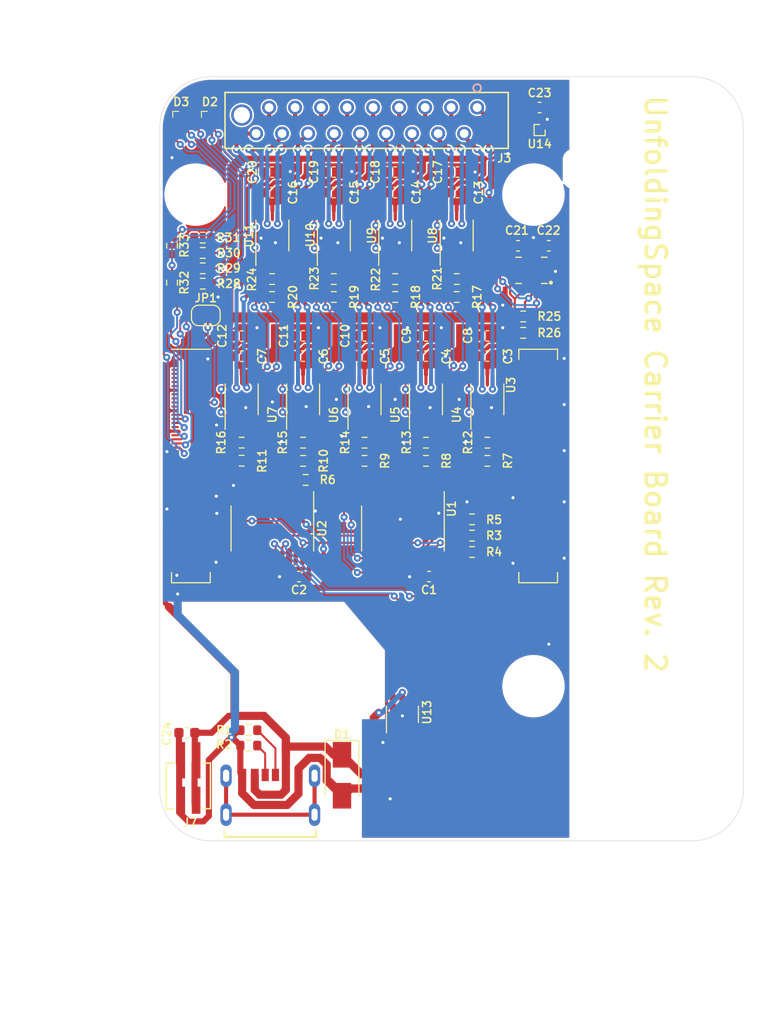
<source format=kicad_pcb>
(kicad_pcb (version 20211014) (generator pcbnew)
  (title_block (title "Unfolding Space Carrier Board – PCB Layout") (date "2022-01-13") (rev "2") (comment 1 "Licensed under CC-BY-4.0") (comment 2 "Copyright (c) 2022 Jakob Kilian"))
  (layers (0 "F.Cu" signal) (31 "B.Cu" signal) (34 "B.Paste" user) (35 "F.Paste" user) (36 "B.SilkS" user "B.Silkscreen") (37 "F.SilkS" user "F.Silkscreen") (38 "B.Mask" user) (39 "F.Mask" user) (44 "Edge.Cuts" user))
  (net 0 "")
  (net 68 "+3V3")
  (net 69 "Net-(C8-Pad1)")
  (net 70 "Net-(C9-Pad1)")
  (net 75 "Net-(C10-Pad1)")
  (net 81 "Net-(C11-Pad1)")
  (net 82 "Net-(C12-Pad1)")
  (net 83 "Net-(C17-Pad1)")
  (net 84 "Net-(C18-Pad1)")
  (net 85 "Net-(C19-Pad1)")
  (net 87 "Net-(C20-Pad1)")
  (net 89 "+5V")
  (net 90 "Net-(J1-PadA5)")
  (net 104 "M9-")
  (net 106 "M9+")
  (net 115 "Net-(D2-Pad1)")
  (net 123 "Net-(D3-Pad1)")
  (net 125 "Net-(D3-Pad2)")
  (net 127 "Net-(D3-Pad3)")
  (net 130 "EEPROM_nWP")
  (net 145 "GND")
  (net 146 "USB_D+")
  (net 147 "USB_D-")
  (net 148 "Net-(J1-PadB5)")
  (net 149 "RX")
  (net 150 "TX")
  (net 154 "SCL")
  (net 155 "SDA")
  (net 156 "Net-(R5-Pad2)")
  (net 157 "Net-(R6-Pad2)")
  (net 158 "SDA1")
  (net 159 "SDA3")
  (net 160 "SDA5")
  (net 161 "SDA7")
  (net 162 "SDA9")
  (net 163 "SDA2")
  (net 164 "SDA4")
  (net 165 "SDA6")
  (net 166 "SDA8")
  (net 173 "SCL5")
  (net 174 "SCL4")
  (net 175 "SCL3")
  (net 176 "SCL2")
  (net 177 "SCL1")
  (net 184 "SCL9")
  (net 185 "SCL8")
  (net 186 "SCL7")
  (net 187 "SCL6")
  (net 188 "M8-")
  (net 189 "M8+")
  (net 190 "M7-")
  (net 191 "M7+")
  (net 192 "M6-")
  (net 193 "M6+")
  (net 194 "M5-")
  (net 195 "M5+")
  (net 196 "M4-")
  (net 197 "M4+")
  (net 198 "M3-")
  (net 199 "M3+")
  (net 200 "M2-")
  (net 201 "M2+")
  (net 202 "M1-")
  (net 203 "M1+")
  (net 205 "LED1R")
  (net 206 "LED1G")
  (net 209 "Net-(J1-PadS1)")
  (net 210 "LED1B")
  (net 211 "LED2R")
  (net 212 "LED2G")
  (net 213 "LED2B")
  (net 214 "SDA_IMU")
  (net 215 "SCL_IMU")
  (net 216 "Net-(D2-Pad2)")
  (net 217 "Net-(D2-Pad3)")
  (footprint "Capacitor_SMD:C_0603_1608Metric" (layer "F.Cu") (at 132 37.7)
    (fp_text reference "C19")
    (fp_text value "1u" hide)
  )
  (footprint "BMX160:PQFN50P250X300X100-14N" (layer "F.Cu") (at 151.3 47.3 180)
    (fp_text reference "U12" hide)
    (fp_text value "LSM6DSxx" hide)
  )
  (footprint "Resistor_SMD:R_0603_1608Metric" (layer "F.Cu") (at 119.2 48.6)
    (fp_text reference "R28")
    (fp_text value "1K" hide)
  )
  (footprint "Resistor_SMD:R_0603_1608Metric" (layer "F.Cu") (at 138 49.9 180)
    (fp_text reference "R18")
    (fp_text value "2K2" hide)
  )
  (footprint "Resistor_SMD:R_0603_1608Metric" (layer "F.Cu") (at 132 49.9 180)
    (fp_text reference "R19")
    (fp_text value "2K2" hide)
  )
  (footprint "Resistor_SMD:R_0603_1608Metric" (layer "F.Cu") (at 144 49.9 180)
    (fp_text reference "R17")
    (fp_text value "2K2" hide)
  )
  (footprint "Capacitor_SMD:C_0603_1608Metric" (layer "F.Cu") (at 150 44.9)
    (fp_text reference "C21")
    (fp_text value "100n" hide)
  )
  (footprint "Capacitor_SMD:C_0603_1608Metric" (layer "F.Cu") (at 132 39.7)
    (fp_text reference "C15")
    (fp_text value "1u" hide)
  )
  (footprint "Resistor_SMD:R_0603_1608Metric" (layer "F.Cu") (at 147 65.9 180)
    (fp_text reference "R7")
    (fp_text value "2K2" hide)
  )
  (footprint "Connector_Wire:SolderWirePad_1x01_SMD_1x2mm" (layer "F.Cu") (at 139.4 94.1)
    (fp_text reference "J5" hide)
    (fp_text value "Conn_01x01_Female" hide)
  )
  (footprint "Capacitor_SMD:C_0603_1608Metric" (layer "F.Cu") (at 135 53.7)
    (fp_text reference "C10")
    (fp_text value "1u" hide)
  )
  (footprint "Resistor_SMD:R_0603_1608Metric" (layer "F.Cu") (at 123 65.885 180)
    (fp_text reference "R11")
    (fp_text value "2K2" hide)
  )
  (footprint "Package_BGA:WLP-4_0.86x0.86mm_P0.4mm" (layer "F.Cu") (at 152.1 33.6 -90)
    (fp_text reference "U14")
    (fp_text value "MMC5633NJL" hide)
  )
  (footprint "Jumper:SolderJumper-2_P1.3mm_Open_RoundedPad1.0x1.5mm" (layer "F.Cu") (at 119.5 51.7 180)
    (fp_text reference "JP1")
    (fp_text value "SolderJumper_2_Open" hide)
  )
  (footprint "Resistor_SMD:R_0603_1608Metric" (layer "F.Cu") (at 119.2 47.1)
    (fp_text reference "R29")
    (fp_text value "220" hide)
  )
  (footprint "Resistor_SMD:R_0603_1608Metric" (layer "F.Cu") (at 116.2 44.9 90)
    (fp_text reference "R33")
    (fp_text value "150" hide)
  )
  (footprint "Resistor_SMD:R_0603_1608Metric" (layer "F.Cu") (at 141 64.125 180)
    (fp_text reference "R13")
    (fp_text value "2K2" hide)
  )
  (footprint "CM4IO:Raspberry-Pi-4-Compute-Module" (layer "F.Cu") (at 118.5 87.9)
    (fp_text reference "Module1" hide)
    (fp_text value "ComputeModule4-CM4" hide)
  )
  (footprint "Resistor_SMD:R_0603_1608Metric" (layer "F.Cu") (at 129.25 67.7625 180)
    (fp_text reference "R6")
    (fp_text value "10K" hide)
  )
  (footprint "Capacitor_SMD:C_0603_1608Metric" (layer "F.Cu") (at 144.07 39.7)
    (fp_text reference "C13")
    (fp_text value "1u" hide)
  )
  (footprint "Capacitor_SMD:C_0603_1608Metric" (layer "F.Cu") (at 141 53.7)
    (fp_text reference "C9")
    (fp_text value "1u" hide)
  )
  (footprint "Resistor_SMD:R_0603_1608Metric" (layer "F.Cu") (at 123.7 92.2 180)
    (fp_text reference "R1")
    (fp_text value "5K1" hide)
  )
  (footprint "Capacitor_SMD:C_0603_1608Metric" (layer "F.Cu") (at 135 55.675)
    (fp_text reference "C5")
    (fp_text value "1u" hide)
  )
  (footprint "Connector_Wire:SolderWirePad_1x01_SMD_1x2mm" (layer "F.Cu") (at 135.9 97.9 -90)
    (fp_text reference "J6" hide)
    (fp_text value "Conn_01x01_Female" hide)
  )
  (footprint "Capacitor_SMD:C_0603_1608Metric" (layer "F.Cu") (at 125.97 39.7)
    (fp_text reference "C16")
    (fp_text value "1u" hide)
  )
  (footprint "Package_SO:TSSOP-24_4.4x7.8mm_P0.65mm" (layer "F.Cu") (at 126 72.5 -90)
    (fp_text reference "U2")
    (fp_text value "TCA9548APWR" hide)
  )
  (footprint "" (layer "F.Cu") (at 155.4 37.4 90)
    (fp_text reference "")
    (fp_text value "")
  )
  (footprint "Capacitor_SMD:C_0603_1608Metric" (layer "F.Cu") (at 137.995 39.7)
    (fp_text reference "C14")
    (fp_text value "1u" hide)
  )
  (footprint "Package_SO:TSSOP-24_4.4x7.8mm_P0.65mm" (layer "F.Cu") (at 138.75 72.5 -90)
    (fp_text reference "U1")
    (fp_text value "TCA9548APWR" hide)
  )
  (footprint "Resistor_SMD:R_0603_1608Metric" (layer "F.Cu") (at 123 64.1175 180)
    (fp_text reference "R16")
    (fp_text value "2K2" hide)
  )
  (footprint "Resistor_SMD:R_0603_1608Metric" (layer "F.Cu") (at 123.7 93.7 180)
    (fp_text reference "R2")
    (fp_text value "5K1" hide)
  )
  (footprint "Diode_SMD:D_SMA" (layer "F.Cu") (at 132.8 96.6 -90)
    (fp_text reference "D1")
    (fp_text value "SMBJ5.0A" hide)
  )
  (footprint "Capacitor_SMD:C_0603_1608Metric" (layer "F.Cu") (at 123 53.715)
    (fp_text reference "C12")
    (fp_text value "1u" hide)
  )
  (footprint "Package_SO:VSSOP-10_3x3mm_P0.5mm" (layer "F.Cu") (at 147 59.9 90)
    (fp_text reference "U3")
    (fp_text value "DRV2605LDGS" hide)
  )
  (footprint "Connector_Wire:SolderWirePad_1x01_SMD_1x2mm" (layer "F.Cu") (at 138 94.1)
    (fp_text reference "J4" hide)
    (fp_text value "Conn_01x01_Female" hide)
  )
  (footprint "Capacitor_SMD:C_0603_1608Metric" (layer "F.Cu") (at 117.65 92.45 180)
    (fp_text reference "C24")
    (fp_text value "1u" hide)
  )
  (footprint "Connector_Wire:SolderWirePad_1x01_SMD_1x2mm" (layer "F.Cu") (at 135.9 96.5 -90)
    (fp_text reference "J2" hide)
    (fp_text value "Conn_01x01_Female" hide)
  )
  (footprint "Package_SO:VSSOP-10_3x3mm_P0.5mm" (layer "F.Cu") (at 135 59.9 90)
    (fp_text reference "U5")
    (fp_text value "DRV2605LDGS" hide)
  )
  (footprint "Resistor_SMD:R_0603_1608Metric" (layer "F.Cu") (at 145.5 73.2 180)
    (fp_text reference "R3")
    (fp_text value "2K2" hide)
  )
  (footprint "Resistor_SMD:R_0603_1608Metric" (layer "F.Cu") (at 125.97 49.9 180)
    (fp_text reference "R20")
    (fp_text value "2K2" hide)
  )
  (footprint "Resistor_SMD:R_0603_1608Metric" (layer "F.Cu") (at 135 65.9 180)
    (fp_text reference "R9")
    (fp_text value "2K2" hide)
  )
  (footprint "Capacitor_SMD:C_0603_1608Metric" (layer "F.Cu") (at 141 55.675)
    (fp_text reference "C4")
    (fp_text value "1u" hide)
  )
  (footprint "Capacitor_SMD:C_0603_1608Metric" (layer "F.Cu") (at 128.6 77.2 180)
    (fp_text reference "C2")
    (fp_text value "1u" hide)
  )
  (footprint "Resistor_SMD:R_0603_1608Metric" (layer "F.Cu") (at 116.2 48.5 90)
    (fp_text reference "R32")
    (fp_text value "220" hide)
  )
  (footprint "Resistor_SMD:R_0603_1608Metric" (layer "F.Cu") (at 138 48.15 180)
    (fp_text reference "R22")
    (fp_text value "2K2" hide)
  )
  (footprint "Package_SO:VSSOP-10_3x3mm_P0.5mm" (layer "F.Cu") (at 132 43.9 90)
    (fp_text reference "U10")
    (fp_text value "DRV2605LDGS" hide)
  )
  (footprint "Resistor_SMD:R_0603_1608Metric" (layer "F.Cu") (at 145.5 71.6125 180)
    (fp_text reference "R5")
    (fp_text value "10K" hide)
  )
  (footprint "Resistor_SMD:R_0603_1608Metric" (layer "F.Cu") (at 150.5 53.4)
    (fp_text reference "R26")
    (fp_text value "2K2" hide)
  )
  (footprint "Pico-Spox:PICOspox-2-v" (layer "F.Cu") (at 117.8 96.8625 -90)
    (fp_text reference "J7")
    (fp_text value "Fan" hide)
  )
  (footprint "USB4125-GF-A_REVA:GCT_USB4125-GF-A_REVA" (layer "F.Cu") (at 125.8 96.65)
    (fp_text reference "J1")
    (fp_text value "USB4125-GF-A_REVA" hide)
  )
  (footprint "Resistor_SMD:R_0603_1608Metric" (layer "F.Cu") (at 119.2 45.6)
    (fp_text reference "R30")
    (fp_text value "150" hide)
  )
  (footprint "Capacitor_SMD:C_0603_1608Metric" (layer "F.Cu") (at 141.3 77.2 180)
    (fp_text reference "C1")
    (fp_text value "1u" hide)
  )
  (footprint "Resistor_SMD:R_0603_1608Metric" (layer "F.Cu") (at 129 64.125 180)
    (fp_text reference "R15")
    (fp_text value "2K2" hide)
  )
  (footprint "Capacitor_SMD:C_0603_1608Metric" (layer "F.Cu") (at 147 55.675)
    (fp_text reference "C3")
    (fp_text value "1u" hide)
  )
  (footprint "RGBLED:UHD1110-FKA" (layer "F.Cu") (at 117.1 32.6)
    (fp_text reference "D3")
    (fp_text value "UHD1110-FKA" hide)
  )
  (footprint "Resistor_SMD:R_0603_1608Metric" (layer "F.Cu") (at 125.97 48.15 180)
    (fp_text reference "R24")
    (fp_text value "2K2" hide)
  )
  (footprint "Capacitor_SMD:C_0603_1608Metric" (layer "F.Cu") (at 147 53.7)
    (fp_text reference "C8")
    (fp_text value "1u" hide)
  )
  (footprint "Package_SO:VSSOP-10_3x3mm_P0.5mm" (layer "F.Cu") (at 144 43.9 90)
    (fp_text reference "U8")
    (fp_text value "DRV2605LDGS" hide)
  )
  (footprint "Resistor_SMD:R_0603_1608Metric" (layer "F.Cu") (at 119.2 44.1)
    (fp_text reference "R31")
    (fp_text value "1K" hide)
  )
  (footprint "Capacitor_SMD:C_0603_1608Metric" (layer "F.Cu") (at 125.97 37.7)
    (fp_text reference "C20")
    (fp_text value "1u" hide)
  )
  (footprint "Package_SO:VSSOP-10_3x3mm_P0.5mm" (layer "F.Cu") (at 141 59.9 90)
    (fp_text reference "U4")
    (fp_text value "DRV2605LDGS" hide)
  )
  (footprint "Package_TO_SOT_SMD:SOT-23-6" (layer "F.Cu") (at 138.7 90.65 90)
    (fp_text reference "U13")
    (fp_text value "WE 82400102" hide)
  )
  (footprint "Capacitor_SMD:C_0603_1608Metric" (layer "F.Cu") (at 144.07 37.7)
    (fp_text reference "C17")
    (fp_text value "1u" hide)
  )
  (footprint "Resistor_SMD:R_0603_1608Metric" (layer "F.Cu") (at 129 65.9 180)
    (fp_text reference "R10")
    (fp_text value "2K2" hide)
  )
  (footprint "own:SteckerMicro-USB30-gewinkelt" (layer "F.Cu") (at 164.6 95.9 -90)
    (fp_text reference "ToFCam-Stecker" hide)
    (fp_text value "ToFCam-Stecker" hide)
  )
  (footprint "RGBLED:UHD1110-FKA" (layer "F.Cu") (at 119.9 32.6)
    (fp_text reference "D2")
    (fp_text value "UHD1110-FKA" hide)
  )
  (footprint "Package_SO:VSSOP-10_3x3mm_P0.5mm" (layer "F.Cu") (at 126 43.9 90)
    (fp_text reference "U11")
    (fp_text value "DRV2605LDGS" hide)
  )
  (footprint "Capacitor_SMD:C_0603_1608Metric" (layer "F.Cu") (at 137.995 37.7)
    (fp_text reference "C18")
    (fp_text value "1u" hide)
  )
  (footprint "Resistor_SMD:R_0603_1608Metric" (layer "F.Cu") (at 150.5 51.8)
    (fp_text reference "R25")
    (fp_text value "2K2" hide)
  )
  (footprint "Resistor_SMD:R_0603_1608Metric" (layer "F.Cu") (at 147 64.125 180)
    (fp_text reference "R12")
    (fp_text value "2K2" hide)
  )
  (footprint "Resistor_SMD:R_0603_1608Metric" (layer "F.Cu") (at 145.5 74.8 180)
    (fp_text reference "R4")
    (fp_text value "2K2" hide)
  )
  (footprint "Resistor_SMD:R_0603_1608Metric" (layer "F.Cu") (at 132 48.15 180)
    (fp_text reference "R23")
    (fp_text value "2K2" hide)
  )
  (footprint "Resistor_SMD:R_0603_1608Metric" (layer "F.Cu") (at 141 65.9 180)
    (fp_text reference "R8")
    (fp_text value "2K2" hide)
  )
  (footprint "Capacitor_SMD:C_0603_1608Metric" (layer "F.Cu") (at 129 53.7)
    (fp_text reference "C11")
    (fp_text value "1u" hide)
  )
  (footprint "footprints:1-338068-8" (layer "F.Cu") (at 146 31.4 180)
    (fp_text reference "J3")
    (fp_text value "1-338068-8" hide)
  )
  (footprint "Capacitor_SMD:C_0603_1608Metric" (layer "F.Cu") (at 129 55.675)
    (fp_text reference "C6")
    (fp_text value "1u" hide)
  )
  (footprint "Package_SO:VSSOP-10_3x3mm_P0.5mm" (layer "F.Cu") (at 138 43.9 90)
    (fp_text reference "U9")
    (fp_text value "DRV2605LDGS" hide)
  )
  (footprint "Package_SO:VSSOP-10_3x3mm_P0.5mm" (layer "F.Cu") (at 123 59.9 90)
    (fp_text reference "U7")
    (fp_text value "DRV2605LDGS" hide)
  )
  (footprint "Package_SO:VSSOP-10_3x3mm_P0.5mm" (layer "F.Cu") (at 129 59.9 90)
    (fp_text reference "U6")
    (fp_text value "DRV2605LDGS" hide)
  )
  (footprint "Capacitor_SMD:C_0603_1608Metric" (layer "F.Cu") (at 153 44.9 180)
    (fp_text reference "C22")
    (fp_text value "100n" hide)
  )
  (footprint "Resistor_SMD:R_0603_1608Metric" (layer "F.Cu") (at 135 64.125 180)
    (fp_text reference "R14")
    (fp_text value "2K2" hide)
  )
  (footprint "Capacitor_SMD:C_0603_1608Metric" (layer "F.Cu") (at 152.1 31.4)
    (fp_text reference "C23")
    (fp_text value "2.2u" hide)
  )
  (footprint "Resistor_SMD:R_0603_1608Metric" (layer "F.Cu") (at 144 48.15 180)
    (fp_text reference "R21")
    (fp_text value "2K2" hide)
  )
  (footprint "Capacitor_SMD:C_0603_1608Metric" (layer "F.Cu") (at 123 55.6825)
    (fp_text reference "C7")
    (fp_text value "1u" hide)
  )
  (gr_arc (start 167 28.4) (mid 170.535534 29.864466) (end 172 33.4) (layer "Edge.Cuts") (width 0.05))
  (gr_arc (start 172 98) (mid 170.535534 101.535534) (end 167 103) (layer "Edge.Cuts") (width 0.05))
  (gr_line (start 167 103) (end 120 103) (layer "Edge.Cuts") (width 0.05))
  (gr_line (start 115 98) (end 115 33.4) (layer "Edge.Cuts") (width 0.05))
  (gr_arc (start 115 33.4) (mid 116.464466 29.864466) (end 120 28.4) (layer "Edge.Cuts") (width 0.05))
  (gr_line (start 120 28.4) (end 167 28.4) (layer "Edge.Cuts") (width 0.05))
  (gr_line (start 172 98) (end 172 33.4) (layer "Edge.Cuts") (width 0.05))
  (gr_arc (start 120 103) (mid 116.464466 101.535534) (end 115 98) (layer "Edge.Cuts") (width 0.05))
  (gr_text "UnfoldingSpace Carrier Board Rev. 2" (at 163.4 58.4 270) (layer "F.SilkS") (effects (font (size 2 2) (thickness 0.34))))
  (segment (start 124.898022 43.029151) (end 124.898022 41.801978) (width 0.2) (layer "F.Cu") (net 68))
  (segment (start 130 62.1) (end 130.15 61.95) (width 0.2) (layer "F.Cu") (net 68))
  (segment (start 120.200489 31.750489) (end 117.599511 31.750489) (width 0.2) (layer "F.Cu") (net 68))
  (segment (start 130.15 59.85) (end 130.15 57.85) (width 0.2) (layer "F.Cu") (net 68))
  (segment (start 119.58 73) (end 118.4 73) (width 0.2) (layer "F.Cu") (net 68))
  (segment (start 130.85 41.85) (end 131 41.7) (width 0.2) (layer "F.Cu") (net 68))
  (segment (start 137.618872 43.75) (end 136.85 42.981128) (width 0.2) (layer "F.Cu") (net 68))
  (segment (start 149.675 51.8) (end 149.675 50.825) (width 0.2) (layer "F.Cu") (net 68))
  (segment (start 122.1 48.2) (end 122.1 37.3) (width 1) (layer "F.Cu") (net 68))
  (segment (start 118.1 72.3) (end 118.1 73.3) (width 1) (layer "F.Cu") (net 68))
  (segment (start 141.2 54.7) (end 143.5 54.7) (width 0.4) (layer "F.Cu") (net 68))
  (segment (start 143.5 54.7) (end 143.6 54.6) (width 0.3) (layer "F.Cu") (net 68))
  (segment (start 142 62.1) (end 142 63.95) (width 0.2) (layer "F.Cu") (net 68))
  (segment (start 133.85 57.85) (end 134 57.7) (width 0.2) (layer "F.Cu") (net 68))
  (segment (start 146.325 75.397874) (end 146.325 74.8) (width 0.6) (layer "F.Cu") (net 68))
  (segment (start 120 78.3) (end 129.5 78.3) (width 0.6) (layer "F.Cu") (net 68))
  (segment (start 125.5 51.9) (end 125.5 54.7) (width 0.4) (layer "F.Cu") (net 68))
  (segment (start 134.8 36.4) (end 140.8 36.4) (width 0.6) (layer "F.Cu") (net 68))
  (segment (start 123.2075 54.7) (end 125.5 54.7) (width 0.4) (layer "F.Cu") (net 68))
  (segment (start 124.15 57.85) (end 124 57.7) (width 0.2) (layer "F.Cu") (net 68))
  (segment (start 145.9 38.7) (end 146.7 37.9) (width 0.4) (layer "F.Cu") (net 68))
  (segment (start 140 55.9) (end 140.225 55.675) (width 0.3) (layer "F.Cu") (net 68))
  (segment (start 139.15 43.75) (end 137.618872 43.75) (width 0.2) (layer "F.Cu") (net 68))
  (segment (start 150.8 48.95) (end 150.8 48.21) (width 0.2) (layer "F.Cu") (net 68))
  (segment (start 133 47.975) (end 132.825 48.15) (width 0.2) (layer "F.Cu") (net 68))
  (segment (start 120.25 31.8) (end 120.200489 31.750489) (width 0.2) (layer "F.Cu") (net 68))
  (segment (start 118.514281 63.925941) (end 118.514424 63.926084) (width 1) (layer "F.Cu") (net 68))
  (segment (start 149.225 44.9) (end 149.225 45.635) (width 0.2) (layer "F.Cu") (net 68))
  (segment (start 129.375 78.175) (end 129.375 77.2125) (width 0.6) (layer "F.Cu") (net 68))
  (segment (start 148 63.95) (end 147.825 64.125) (width 0.2) (layer "F.Cu") (net 68))
  (segment (start 133.735277 38.7) (end 134.8 37.635277) (width 0.4) (layer "F.Cu") (net 68))
  (segment (start 142.15 59.85) (end 140.718872 59.85) (width 0.2) (layer "F.Cu") (net 68))
  (segment (start 129.3 72.1) (end 128.925 71.725) (width 0.4) (layer "F.Cu") (net 68))
  (segment (start 142.15 57.85) (end 142.15 59.85) (width 0.2) (layer "F.Cu") (net 68))
  (segment (start 124.15 59.95) (end 124.15 57.85) (width 0.2) (layer "F.Cu") (net 68))
  (segment (start 143 41.7) (end 143 39.995) (width 0.3) (layer "F.Cu") (net 68))
  (segment (start 138.22 38.7) (end 139.735277 38.7) (width 0.4) (layer "F.Cu") (net 68))
  (segment (start 133.15 43.75) (end 133.15 41.85) (width 0.2) (layer "F.Cu") (net 68))
  (segment (start 124.898022 41.801978) (end 125 41.7) (width 0.2) (layer "F.Cu") (net 68))
  (segment (start 133.85 58.981128) (end 133.85 57.85) (width 0.2) (layer "F.Cu") (net 68))
  (segment (start 142.85 42.981128) (end 142.85 41.85) (width 0.2) (layer "F.Cu") (net 68))
  (segment (start 125 39.895) (end 125.195 39.7) (width 0.3) (layer "F.Cu") (net 68))
  (segment (start 118.1 72.3) (end 118.1 71.7) (width 1) (layer "F.Cu") (net 68))
  (segment (start 141.975 78.225) (end 141.9 78.3) (width 0.4) (layer "F.Cu") (net 68))
  (segment (start 124.15 59.95) (end 122.818871 59.95) (width 0.2) (layer "F.Cu") (net 68))
  (segment (start 145.15 43.75) (end 145.15 41.85) (width 0.2) (layer "F.Cu") (net 68))
  (segment (start 148 62.1) (end 148 63.95) (width 0.2) (layer "F.Cu") (net 68))
  (segment (start 131.5 51.9) (end 131.5 54.6) (width 0.4) (layer "F.Cu") (net 68))
  (segment (start 142.15 61.95) (end 142 62.1) (width 0.2) (layer "F.Cu") (net 68))
  (segment (start 127.735277 38.7) (end 128.7 37.735277) (width 0.4) (layer "F.Cu") (net 68))
  (segment (start 149.225 44.675) (end 150.6 43.3) (width 0.2) (layer "F.Cu") (net 68))
  (segment (start 128.718872 59.85) (end 127.85 58.981128) (width 0.2) (layer "F.Cu") (net 68))
  (segment (start 122 55.9075) (end 122.225 55.6825) (width 0.3) (layer "F.Cu") (net 68))
  (segment (start 119.58 71.8) (end 118.2 71.8) (width 0.2) (layer "F.Cu") (net 68))
  (segment (start 133.15 41.85) (end 133 41.7) (width 0.2) (layer "F.Cu") (net 68))
  (segment (start 122.225 55.6825) (end 123.2075 54.7) (width 0.4) (layer "F.Cu") (net 68))
  (segment (start 146.562723 59.85) (end 145.85 59.137277) (width 0.2) (layer "F.Cu") (net 68))
  (segment (start 127 47.945) (end 126.795 48.15) (width 0.2) (layer "F.Cu") (net 68))
  (segment (start 118.504911 64.763613) (end 118.504911 71.295089) (width 1) (layer "F.Cu") (net 68))
  (segment (start 148.15 57.85) (end 148.15 59.85) (width 0.2) (layer "F.Cu") (net 68))
  (segment (start 130 62.1) (end 130 63.95) (width 0.2) (layer "F.Cu") (net 68))
  (segment (start 149.225 49.625) (end 149.225 44.9) (width 0.2) (layer "F.Cu") (net 68))
  (segment (start 131.1 78.3) (end 141.9 78.3) (width 0.6) (layer "F.Cu") (net 68))
  (segment (start 130.15 61.95) (end 130.15 59.85) (width 0.2) (layer "F.Cu") (net 68))
  (segment (start 139.9 59.031128) (end 139.9 57.8) (width 0.2) (layer "F.Cu") (net 68))
  (segment (start 137.22 39.7) (end 138.22 38.7) (width 0.4) (layer "F.Cu") (net 68))
  (segment (start 139.15 43.75) (end 139.15 41.85) (width 0.2) (layer "F.Cu") (net 68))
  (segment (start 139 46.1) (end 139 47.975) (width 0.2) (layer "F.Cu") (net 68))
  (segment (start 118.504911 71.295089) (end 118.1 71.7) (width 1) (layer "F.Cu") (net 68))
  (segment (start 142 57.7) (end 142.15 57.85) (width 0.2) (layer "F.Cu") (net 68))
  (segment (start 129.575 76.9125) (end 129.375 77.1125) (width 0.4) (layer "F.Cu") (net 68))
  (segment (start 119.07088 77.4) (end 119.1 77.4) (width 0.6) (layer "F.Cu") (net 68))
  (segment (start 124 63.9425) (end 123.825 64.1175) (width 0.2) (layer "F.Cu") (net 68))
  (segment (start 139 47.975) (end 138.825 48.15) (width 0.2) (layer "F.Cu") (net 68))
  (segment (start 146.325 73.2) (end 146.325 71.6125) (width 0.6) (layer "F.Cu") (net 68))
  (segment (start 142 63.95) (end 141.825 64.125) (width 0.2) (layer "F.Cu") (net 68))
  (segment (start 136.85 42.981128) (end 136.85 41.85) (width 0.2) (layer "F.Cu") (net 68))
  (segment (start 136.85 41.85) (end 137 41.7) (width 0.2) (layer "F.Cu") (net 68))
  (segment (start 131.225 39.7) (end 132.225 38.7) (width 0.4) (layer "F.Cu") (net 68))
  (segment (start 149.9 32.2) (end 150.7 31.4) (width 0.2) (layer "F.Cu") (net 68))
  (segment (start 133 46.1) (end 133.15 45.95) (width 0.2) (layer "F.Cu") (net 68))
  (segment (start 153.05048 45.62452) (end 152.56548 45.62452) (width 0.2) (layer "F.Cu") (net 68))
  (segment (start 137 39.92) (end 137.22 39.7) (width 0.3) (layer "F.Cu") (net 68))
  (segment (start 146 57.7) (end 146 55.9) (width 0.3) (layer "F.Cu") (net 68))
  (segment (start 122.1 37.3) (end 122.5 36.9) (width 1) (layer "F.Cu") (net 68))
  (segment (start 127.85 58.981128) (end 127.85 57.85) (width 0.2) (layer "F.Cu") (net 68))
  (segment (start 132.825 48.15) (end 132.825 49.9) (width 0.2) (layer "F.Cu") (net 68))
  (segment (start 118.2 73.4) (end 118.1 73.3) (width 0.2) (layer "F.Cu") (net 68))
  (segment (start 136.15 59.85) (end 134.718872 59.85) (width 0.2) (layer "F.Cu") (net 68))
  (segment (start 136.15 57.85) (end 136 57.7) (width 0.2) (layer "F.Cu") (net 68))
  (segment (start 121.7 51.9) (end 121.7 48.6) (width 1) (layer "F.Cu") (net 68))
  (segment (start 128.225 55.675) (end 129.2 54.7) (width 0.4) (layer "F.Cu") (net 68))
  (segment (start 137.5 51.9) (end 137.5 54.6) (width 0.4) (layer "F.Cu") (net 68))
  (segment (start 133 46.1) (end 133 47.975) (width 0.2) (layer "F.Cu") (net 68))
  (segment (start 118.504911 55.695089) (end 118.504911 63.014313) (width 1) (layer "F.Cu") (net 68))
  (segment (start 133.15 43.75) (end 131.618872 43.75) (width 0.2) (layer "F.Cu") (net 68))
  (segment (start 118.517813 63.855231) (end 118.504911 63.868133) (width 1) (layer "F.Cu") (net 68))
  (segment (start 131 41.7) (end 131 39.925) (width 0.3) (layer "F.Cu") (net 68))
  (segment (start 119.07088 77.4) (end 118.1 76.42912) (width 0.6) (layer "F.Cu") (net 68))
  (segment (start 134 57.7) (end 134 55.9) (width 0.3) (layer "F.Cu") (net 68))
  (segment (start 129.5 78.3) (end 129.375 78.175) (width 0.6) (layer "F.Cu") (net 68))
  (segment (start 145.15 43.75) (end 143.618872 43.75) (width 0.2) (layer "F.Cu") (net 68))
  (segment (start 141.9 78.3) (end 143.422874 78.3) (width 0.6) (layer "F.Cu") (net 68))
  (segment (start 145.15 45.95) (end 145.15 43.75) (width 0.2) (layer "F.Cu") (net 68))
  (segment (start 120.25 32.25) (end 120.25 31.8) (width 0.2) (layer "F.Cu") (net 68))
  (segment (start 125.2 39.7) (end 126.2 38.7) (width 0.4) (layer "F.Cu") (net 68))
  (segment (start 149.7 51.9) (end 149.7 54.1) (width 0.4) (layer "F.Cu") (net 68))
  (segment (start 121.327429 35.727429) (end 121.327429 33.028407) (width 0.2) (layer "F.Cu") (net 68))
  (segment (start 136 63.95) (end 136 62.1) (width 0.2) (layer "F.Cu") (net 68))
  (segment (start 118.4 73) (end 118.1 73.3) (width 0.2) (layer "F.Cu") (net 68))
  (segment (start 128.7 36.4) (end 123 36.4) (width 0.6) (layer "F.Cu") (net 68))
  (segment (start 117.599511 31.750489) (end 117.45 31.9) (width 0.2) (layer "F.Cu") (net 68))
  (segment (start 152.56548 45.62452) (end 151.8 46.39) (width 0.2) (layer "F.Cu") (net 68))
  (segment (start 121.7 51.9) (end 121.7 52.5) (width 1) (layer "F.Cu") (net 68))
  (segment (start 130.15 57.85) (end 130 57.7) (width 0.2) (layer "F.Cu") (net 68))
  (segment (start 148.15 59.85) (end 148.15 61.95) (width 0.2) (layer "F.Cu") (net 68))
  (segment (start 127 46.1) (end 127.15 45.95) (width 0.2) (layer "F.Cu") (net 68))
  (segment (start 138.825 48.15) (end 138.825 49.9) (width 0.2) (layer "F.Cu") (net 68))
  (segment (start 117.45 31.9) (end 117.45 32.25) (width 0.2) (layer "F.Cu") (net 68))
  (segment (start 120.549022 32.25) (end 120.25 32.25) (width 0.2) (layer "F.Cu") (net 68))
  (segment (start 122.5 36.9) (end 121.327429 35.727429) (width 0.2) (layer "F.Cu") (net 68))
  (segment (start 149.1 54.7) (end 149.7 54.1) (width 0.4) (layer "F.Cu") (net 68))
  (segment (start 140.75 51.9) (end 142 51.9) (width 1) (layer "F.Cu") (net 68))
  (segment (start 118.1 76.42912) (end 118.1 73.3) (width 0.6) (layer "F.Cu") (net 68))
  (segment (start 119.1 77.4) (end 120 78.3) (width 0.6) (layer "F.Cu") (net 68))
  (segment (start 122.5 36.9) (end 123 36.4) (width 1) (layer "F.Cu") (net 68))
  (segment (start 134.8 37.635277) (end 134.8 36.4) (width 0.4) (layer "F.Cu") (net 68))
  (segment (start 139 46.1) (end 139.15 45.95) (width 0.2) (layer "F.Cu") (net 68))
  (segment (start 127.15 43.75) (end 127.15 41.85) (width 0.2) (layer "F.Cu") (net 68))
  (segment (start 121.85 57.85) (end 122 57.7) (width 0.2) (layer "F.Cu") (net 68))
  (segment (start 129.5 78.3) (end 131.1 78.3) (width 0.6) (layer "F.Cu") (net 68))
  (segment (start 150.7 31.4) (end 151.325 31.4) (width 0.2) (layer "F.Cu") (net 68))
  (segment (start 131 39.925) (end 131.225 39.7) (width 0.3) (layer "F.Cu") (net 68))
  (segment (start 142.85 41.85) (end 143 41.7) (width 0.2) (layer "F.Cu") (net 68))
  (segment (start 149.675 50.825) (end 149.675 50.075) (width 0.2) (layer "F.Cu") (net 68))
  (segment (start 129.575 75.375) (end 129.575 76.9125) (width 0.4) (layer "F.Cu") (net 68))
  (segment (start 118.504911 63.915693) (end 118.514281 63.925063) (width 1) (layer "F.Cu") (net 68))
  (segment (start 130.011502 67.7625) (end 130.075 67.7625) (width 0.4) (layer "F.Cu") (net 68))
  (segment (start 144.825 48.15) (end 144.825 49.9) (width 0.2) (layer "F.Cu") (net 68))
  (segment (start 118.514424 63.926084) (end 118.514424 64.7541) (width 1) (layer "F.Cu") (net 68))
  (segment (start 140 51.9) (end 140.75 51.9) (width 1) (layer "F.Cu") (net 68))
  (segment (start 136.15 61.95) (end 136.15 59.85) (width 0.2) (layer "F.Cu") (net 68))
  (segment (start 128.925 68.849002) (end 130.011502 67.7625) (width 0.4) (layer "F.Cu") (net 68))
  (segment (start 121.85 58.981129) (end 121.85 57.85) (width 0.2) (layer "F.Cu") (net 68))
  (segment (start 122 57.7) (end 122 55.9075) (width 0.3) (layer "F.Cu") (net 68))
  (segment (start 119.58 73.4) (end 118.2 73.4) (width 0.2) (layer "F.Cu") (net 68))
  (segment (start 128.925 69.65) (end 128.925 68.849002) (width 0.4) (layer "F.Cu") (net 68))
  (segment (start 146 55.9) (end 146.225 55.675) (width 0.3) (layer "F.Cu") (net 68))
  (segment (start 128 55.9) (end 128.225 55.675) (width 0.3) (layer "F.Cu") (net 68))
  (segment (start 121.7 48.6) (end 122.1 48.2) (width 1) (layer "F.Cu") (net 68))
  (segment (start 125 41.7) (end 125 39.895) (width 0.3) (layer "F.Cu") (net 68))
  (segment (start 145.85 59.137277) (end 145.85 57.85) (width 0.2) (layer "F.Cu") (net 68))
  (segment (start 149.675 50.075) (end 149.225 49.625) (width 0.2) (layer "F.Cu") (net 68))
  (segment (start 128.925 71.725) (end 128.925 69.65) (width 0.4) (layer "F.Cu") (net 68))
  (segment (start 137 41.7) (end 137 39.92) (width 0.3) (layer "F.Cu") (net 68))
  (segment (start 128.7 36.4) (end 134.8 36.4) (width 0.6) (layer "F.Cu") (net 68))
  (segment (start 146.7 37.9) (end 146.7 36.4) (width 0.4) (layer "F.Cu") (net 68))
  (segment (start 139.735277 38.7) (end 140.8 37.635277) (width 0.4) (layer "F.Cu") (net 68))
  (segment (start 146.225 55.675) (end 147.2 54.7) (width 0.4) (layer "F.Cu") (net 68))
  (segment (start 139.15 45.95) (end 139.15 43.75) (width 0.2) (layer "F.Cu") (net 68))
  (segment (start 143.618872 43.75) (end 142.85 42.981128) (width 0.2) (layer "F.Cu") (net 68))
  (segment (start 128.7 37.735277) (end 128.7 36.4) (width 0.4) (layer "F.Cu") (net 68))
  (segment (start 151.9 31.975) (end 151.325 31.4) (width 0.2) (layer "F.Cu") (net 68))
  (segment (start 141.825 64.125) (end 141.825 65.9) (width 0.2) (layer "F.Cu") (net 68))
  (segment (start 125.618871 43.75) (end 124.898022 43.029151) (width 0.2) (layer "F.Cu") (net 68))
  (segment (start 131.618872 43.75) (end 130.85 42.981128) (width 0.2) (layer "F.Cu") (net 68))
  (segment (start 149.225 45.635) (end 150.14 46.55) (width 0.2) (layer "F.Cu") (net 68))
  (segment (start 123.825 64.1175) (end 123.825 65.885) (width 0.2) (layer "F.Cu") (net 68))
  (segment (start 131 74.5) (end 131 78.2) (width 0.4) (layer "F.Cu") (net 68))
  (segment (start 142.325 76.6625) (end 141.975 77.0125) (width 0.4) (layer "F.Cu") (net 68))
  (segment (start 143.422874 78.3) (end 146.325 75.397874) (width 0.6) (layer "F.Cu") (net 68))
  (segment (start 145.85 57.85) (end 146 57.7) (width 0.2) (layer "F.Cu") (net 68))
  (segment (start 139.15 41.85) (end 139 41.7) (width 0.2) (layer "F.Cu") (net 68))
  (segment (start 143.6 51.9) (end 149.7 51.9) (width 1) (layer "F.Cu") (net 68))
  (segment (start 148 57.7) (end 148.15 57.85) (width 0.2) (layer "F.Cu") (net 68))
  (segment (start 118.2 71.8) (end 118.1 71.7) (width 0.2) (layer "F.Cu") (net 68))
  (segment (start 129.5 51.9) (end 127.5 51.9) (width 1) (layer "F.Cu") (net 68))
  (segment (start 130.1 51.9) (end 129.5 51.9) (width 1) (layer "F.Cu") (net 68))
  (segment (start 142.15 59.85) (end 142.15 61.95) (width 0.2) (layer "F.Cu") (net 68))
  (segment (start 143.295 39.7) (end 144.295 38.7) (width 0.4) (layer "F.Cu") (net 68))
  (segment (start 135.825 65.9) (end 135.825 64.125) (width 0.2) (layer "F.Cu") (net 68))
  (segment (start 146.7 36.4) (end 147.5 36.4) (width 0.2) (layer "F.Cu") (net 68))
  (segment (start 122.818871 59.95) (end 121.85 58.981129) (width 0.2) (layer "F.Cu") (net 68))
  (segment (start 118.514424 64.7541) (end 118.504911 64.763613) (width 1) (layer "F.Cu") (net 68))
  (segment (start 148.15 61.95) (end 148 62.1) (width 0.2) (layer "F.Cu") (net 68))
  (segment (start 133.15 45.95) (end 133.15 43.75) (width 0.2) (layer "F.Cu") (net 68))
  (segment (start 136 62.1) (end 136.15 61.95) (width 0.2) (layer "F.Cu") (net 68))
  (segment (start 135.2 54.7) (end 137.4 54.7) (width 0.4) (layer "F.Cu") (net 68))
  (segment (start 143.6 51.9) (end 143.6 54.6) (width 0.4) (layer "F.Cu") (net 68))
  (segment (start 140.225 55.675) (end 141.2 54.7) (width 0.4) (layer "F.Cu") (net 68))
  (segment (start 134.718872 59.85) (end 133.85 58.981128) (width 0.2) (layer "F.Cu") (net 68))
  (segment (start 145 46.1) (end 145.15 45.95) (width 0.2) (layer "F.Cu") (net 68))
  (segment (start 145 47.975) (end 145 46.1) (width 0.2) (layer "F.Cu") (net 68))
  (segment (start 137.4 54.7) (end 137.5 54.6) (width 0.4) (layer "F.Cu") (net 68))
  (segment (start 125.195 39.7) (end 125.2 39.7) (width 0.3) (layer "F.Cu") (net 68))
  (segment (start 149.225 44.9) (end 149.225 44.675) (width 0.2) (layer "F.Cu") (net 68))
  (segment (start 140.718872 59.85) (end 139.9 59.031128) (width 0.2) (layer "F.Cu") (net 68))
  (segment (start 131.5 51.9) (end 130.1 51.9) (width 1) (layer "F.Cu") (net 68))
  (segment (start 126.2 38.7) (end 127.735277 38.7) (width 0.4) (layer "F.Cu") (net 68))
  (segment (start 129.825 64.125) (end 129.825 65.9) (width 0.2) (layer "F.Cu") (net 68))
  (segment (start 141.975 77.2125) (end 141.975 78.225) (width 0.4) (layer "F.Cu") (net 68))
  (segment (start 146.325 74.8) (end 146.325 73.2) (width 0.6) (layer "F.Cu") (net 68))
  (segment (start 127.85 57.85) (end 128 57.7) (width 0.2) (layer "F.Cu") (net 68))
  (segment (start 124 62.1) (end 124 63.9425) (width 0.2) (layer "F.Cu") (net 68))
  (segment (start 121.327429 33.028407) (end 120.549022 32.25) (width 0.2) (layer "F.Cu") (net 68))
  (segment (start 124 62.1) (end 124.15 61.95) (width 0.2) (layer "F.Cu") (net 68))
  (segment (start 147.5 36.4) (end 149.9 34) (width 0.2) (layer "F.Cu") (net 68))
  (segment (start 134.225 55.675) (end 135.2 54.7) (width 0.4) (layer "F.Cu") (net 68))
  (segment (start 137.5 51.9) (end 140 51.9) (width 1) (layer "F.Cu") (net 68))
  (segment (start 148.15 59.85) (end 146.562723 59.85) (width 0.2) (layer "F.Cu") (net 68))
  (segment (start 142 51.9) (end 143.6 51.9) (width 1) (layer "F.Cu") (net 68))
  (segment (start 151.9 33.4) (end 151.9 31.975) (width 0.2) (layer "F.Cu") (net 68))
  (segment (start 153.775 44.9) (end 153.05048 45.62452) (width 0.2) (layer "F.Cu") (net 68))
  (segment (start 147.825 64.125) (end 147.825 65.9) (width 0.2) (layer "F.Cu") (net 68))
  (segment (start 128 57.7) (end 128 55.9) (width 0.3) (layer "F.Cu") (net 68))
  (segment (start 126.795 48.15) (end 126.795 49.9) (width 0.2) (layer "F.Cu") (net 68))
  (segment (start 125.5 51.9) (end 121.7 51.9) (width 1) (layer "F.Cu") (net 68))
  (segment (start 127 46.1) (end 127 47.945) (width 0.2) (layer "F.Cu") (net 68))
  (segment (start 127.5 51.9) (end 125.5 51.9) (width 1) (layer "F.Cu") (net 68))
  (segment (start 127.15 45.95) (end 127.15 43.75) (width 0.2) (layer "F.Cu") (net 68))
  (segment (start 140.8 36.4) (end 146.7 36.4) (width 0.6) (layer "F.Cu") (net 68))
  (segment (start 121.7 52.5) (end 118.504911 55.695089) (width 1) (layer "F.Cu") (net 68))
  (segment (start 130.85 42.981128) (end 130.85 41.85) (width 0.2) (layer "F.Cu") (net 68))
  (segment (start 139.9 57.8) (end 140 57.7) (width 0.2) (layer "F.Cu") (net 68))
  (segment (start 118.504911 63.868133) (end 118.504911 63.915693) (width 1) (layer "F.Cu") (net 68))
  (segment (start 135.825 64.125) (end 136 63.95) (width 0.2) (layer "F.Cu") (net 68))
  (segment (start 147.2 54.7) (end 149.1 54.7) (width 0.4) (layer "F.Cu") (net 68))
  (segment (start 124.15 61.95) (end 124.15 59.95) (width 0.2) (layer "F.Cu") (net 68))
  (segment (start 127.15 43.75) (end 125.618871 43.75) (width 0.2) (layer "F.Cu") (net 68))
  (segment (start 118.504911 63.014313) (end 118.517813 63.027215) (width 1) (layer "F.Cu") (net 68))
  (segment (start 134 55.9) (end 134.225 55.675) (width 0.3) (layer "F.Cu") (net 68))
  (segment (start 140 57.7) (end 140 55.9) (width 0.3) (layer "F.Cu") (net 68))
  (segment (start 152.175 43.3) (end 153.775 44.9) (width 0.2) (layer "F.Cu") (net 68))
  (segment (start 149.675 50.075) (end 150.8 48.95) (width 0.2) (layer "F.Cu") (net 68))
  (segment (start 142.325 75.4) (end 142.325 76.6625) (width 0.4) (layer "F.Cu") (net 68))
  (segment (start 150.6 43.3) (end 152.175 43.3) (width 0.2) (layer "F.Cu") (net 68))
  (segment (start 136.15 59.85) (end 136.15 57.85) (width 0.2) (layer "F.Cu") (net 68))
  (segment (start 130 63.95) (end 129.825 64.125) (width 0.2) (layer "F.Cu") (net 68))
  (segment (start 149.9 34) (end 149.9 32.2) (width 0.2) (layer "F.Cu") (net 68))
  (segment (start 144.825 48.15) (end 145 47.975) (width 0.2) (layer "F.Cu") (net 68))
  (segment (start 131.4 54.7) (end 131.5 54.6) (width 0.3) (layer "F.Cu") (net 68))
  (segment (start 127.15 41.85) (end 127 41.7) (width 0.2) (layer "F.Cu") (net 68))
  (segment (start 137.5 51.9) (end 131.5 51.9) (width 1) (layer "F.Cu") (net 68))
  (segment (start 144.295 38.7) (end 145.9 38.7) (width 0.4) (layer "F.Cu") (net 68))
  (segment (start 132.225 38.7) (end 133.735277 38.7) (width 0.4) (layer "F.Cu") (net 68))
  (segment (start 145.15 41.85) (end 145 41.7) (width 0.2) (layer "F.Cu") (net 68))
  (segment (start 118.514281 63.925063) (end 118.514281 63.925941) (width 1) (layer "F.Cu") (net 68))
  (segment (start 140.8 37.635277) (end 140.8 36.4) (width 0.4) (layer "F.Cu") (net 68))
  (segment (start 129.2 54.7) (end 131.4 54.7) (width 0.4) (layer "F.Cu") (net 68))
  (segment (start 130.15 59.85) (end 128.718872 59.85) (width 0.2) (layer "F.Cu") (net 68))
  (segment (start 131 78.2) (end 131.1 78.3) (width 0.4) (layer "F.Cu") (net 68))
  (segment (start 118.517813 63.027215) (end 118.517813 63.855231) (width 1) (layer "F.Cu") (net 68))
  (via (at 129.3 72.1) (size 0.7) (drill 0.3) (layers "F.Cu" "B.Cu") (net 68))
  (via (at 131 74.5) (size 0.7) (drill 0.3) (layers "F.Cu" "B.Cu") (net 68))
  (segment (start 131 73.8) (end 129.3 72.1) (width 0.4) (layer "B.Cu") (net 68))
  (segment (start 131 74.5) (end 131 73.8) (width 0.4) (layer "B.Cu") (net 68))
  (segment (start 145.2 61.15) (end 145.2 61.3) (width 0.2) (layer "F.Cu") (net 69))
  (segment (start 145.2 61.3) (end 146 62.1) (width 0.2) (layer "F.Cu") (net 69))
  (segment (start 145.2 54.725) (end 145.2 58.9) (width 0.2) (layer "F.Cu") (net 69))
  (segment (start 146.225 53.7) (end 145.2 54.725) (width 0.2) (layer "F.Cu") (net 69))
  (via (at 145.2 58.9) (size 0.7) (drill 0.3) (layers "F.Cu" "B.Cu") (net 69))
  (via (at 145.2 61.15) (size 0.7) (drill 0.3) (layers "F.Cu" "B.Cu") (net 69))
  (segment (start 145.2 61.15) (end 145.2 58.9) (width 0.2) (layer "B.Cu") (net 69))
  (segment (start 140.225 53.7) (end 139 54.925) (width 0.2) (layer "F.Cu") (net 70))
  (segment (start 139 54.925) (end 139 58.9) (width 0.2) (layer "F.Cu") (net 70))
  (segment (start 139.05 61.15) (end 140 62.1) (width 0.2) (layer "F.Cu") (net 70))
  (segment (start 139 61.15) (end 139.05 61.15) (width 0.2) (layer "F.Cu") (net 70))
  (via (at 139 58.9) (size 0.7) (drill 0.3) (layers "F.Cu" "B.Cu") (net 70))
  (via (at 139 61.15) (size 0.7) (drill 0.3) (layers "F.Cu" "B.Cu") (net 70))
  (segment (start 139 58.9) (end 139 61.15) (width 0.2) (layer "B.Cu") (net 70))
  (segment (start 133.15 61.15) (end 133.15 61.25) (width 0.2) (layer "F.Cu") (net 75))
  (segment (start 134.225 53.7) (end 133.25 54.675) (width 0.2) (layer "F.Cu") (net 75))
  (segment (start 133.15 61.25) (end 134 62.1) (width 0.2) (layer "F.Cu") (net 75))
  (segment (start 133.25 54.675) (end 133.25 58.9) (width 0.2) (layer "F.Cu") (net 75))
  (via (at 133.25 58.9) (size 0.7) (drill 0.3) (layers "F.Cu" "B.Cu") (net 75))
  (via (at 133.15 61.15) (size 0.7) (drill 0.3) (layers "F.Cu" "B.Cu") (net 75))
  (segment (start 133.150489 58.999511) (end 133.25 58.9) (width 0.2) (layer "B.Cu") (net 75))
  (segment (start 133.15 61.15) (end 133.150489 61.149511) (width 0.2) (layer "B.Cu") (net 75))
  (segment (start 133.150489 61.149511) (end 133.150489 58.999511) (width 0.2) (layer "B.Cu") (net 75))
  (segment (start 127.95 62.1) (end 127 61.15) (width 0.2) (layer "F.Cu") (net 81))
  (segment (start 127 54.925) (end 128.025 53.9) (width 0.2) (layer "F.Cu") (net 81))
  (segment (start 128 62.1) (end 127.95 62.1) (width 0.2) (layer "F.Cu") (net 81))
  (segment (start 127 58.9) (end 127 54.925) (width 0.2) (layer "F.Cu") (net 81))
  (via (at 127 58.9) (size 0.7) (drill 0.3) (layers "F.Cu" "B.Cu") (net 81))
  (via (at 127 61.15) (size 0.7) (drill 0.3) (layers "F.Cu" "B.Cu") (net 81))
  (segment (start 127 61.15) (end 127 58.9) (width 0.2) (layer "B.Cu") (net 81))
  (segment (start 121.475 58.425) (end 121 58.9) (width 0.2) (layer "F.Cu") (net 82))
  (segment (start 121.475 54.465) (end 121.475 58.425) (width 0.2) (layer "F.Cu") (net 82))
  (segment (start 122 62.1) (end 121.95 62.1) (width 0.2) (layer "F.Cu") (net 82))
  (segment (start 122.225 53.715) (end 121.475 54.465) (width 0.2) (layer "F.Cu") (net 82))
  (segment (start 121.95 62.1) (end 121 61.15) (width 0.2) (layer "F.Cu") (net 82))
  (via (at 121 61.15) (size 0.7) (drill 0.3) (layers "F.Cu" "B.Cu") (net 82))
  (via (at 121 58.9) (size 0.7) (drill 0.3) (layers "F.Cu" "B.Cu") (net 82))
  (segment (start 121 61.15) (end 121 58.9) (width 0.2) (layer "B.Cu") (net 82))
  (segment (start 142.0995 42.9) (end 142.0995 38.8955) (width 0.2) (layer "F.Cu") (net 83))
  (segment (start 143 46.1) (end 143 46.0505) (width 0.2) (layer "F.Cu") (net 83))
  (segment (start 143 46.0505) (end 142.0995 45.15) (width 0.2) (layer "F.Cu") (net 83))
  (segment (start 142.0995 38.8955) (end 143.295 37.7) (width 0.2) (layer "F.Cu") (net 83))
  (via (at 142.0995 42.9) (size 0.7) (drill 0.3) (layers "F.Cu" "B.Cu") (net 83))
  (via (at 142.0995 45.15) (size 0.7) (drill 0.3) (layers "F.Cu" "B.Cu") (net 83))
  (segment (start 142.0995 45.15) (end 142.0995 42.9) (width 0.2) (layer "B.Cu") (net 83))
  (segment (start 137 46.1) (end 137 46.0505) (width 0.2) (layer "F.Cu") (net 84))
  (segment (start 136.0995 38.8205) (end 137 37.92) (width 0.2) (layer "F.Cu") (net 84))
  (segment (start 136.0995 42.9) (end 136.0995 38.8205) (width 0.2) (layer "F.Cu") (net 84))
  (segment (start 137 46.0505) (end 136.0995 45.15) (width 0.2) (layer "F.Cu") (net 84))
  (via (at 136.0995 42.9) (size 0.7) (drill 0.3) (layers "F.Cu" "B.Cu") (net 84))
  (via (at 136.0995 45.15) (size 0.7) (drill 0.3) (layers "F.Cu" "B.Cu") (net 84))
  (segment (start 136.0995 45.15) (end 136.0995 42.9) (width 0.2) (layer "B.Cu") (net 84))
  (segment (start 131 46.1) (end 131 46.0505) (width 0.2) (layer "F.Cu") (net 85))
  (segment (start 130.0995 38.8255) (end 131.225 37.7) (width 0.2) (layer "F.Cu") (net 85))
  (segment (start 130.0995 42.9) (end 130.0995 38.8255) (width 0.2) (layer "F.Cu") (net 85))
  (segment (start 131 46.0505) (end 130.0995 45.15) (width 0.2) (layer "F.Cu") (net 85))
  (via (at 130.0995 45.15) (size 0.7) (drill 0.3) (layers "F.Cu" "B.Cu") (net 85))
  (via (at 130.0995 42.9) (size 0.7) (drill 0.3) (layers "F.Cu" "B.Cu") (net 85))
  (segment (start 130.0995 45.15) (end 130.0995 42.9) (width 0.2) (layer "B.Cu") (net 85))
  (segment (start 125.195 37.7) (end 125.195 38.36864) (width 0.2) (layer "F.Cu") (net 87))
  (segment (start 124.298521 45.398521) (end 124.298521 45.082845) (width 0.2) (layer "F.Cu") (net 87))
  (segment (start 125.195 38.36864) (end 124.298521 39.265119) (width 0.2) (layer "F.Cu") (net 87))
  (segment (start 124.298521 39.265119) (end 124.298521 43.082845) (width 0.2) (layer "F.Cu") (net 87))
  (segment (start 125 46.1) (end 124.298521 45.398521) (width 0.2) (layer "F.Cu") (net 87))
  (via (at 124.298521 45.082845) (size 0.7) (drill 0.3) (layers "F.Cu" "B.Cu") (net 87))
  (via (at 124.298521 43.082845) (size 0.7) (drill 0.3) (layers "F.Cu" "B.Cu") (net 87))
  (segment (start 124.298521 45.082845) (end 124.298521 43.082845) (width 0.2) (layer "B.Cu") (net 87))
  (segment (start 115.7 71.8) (end 115.55 71.95) (width 0.2) (layer "F.Cu") (net 89))
  (segment (start 116.5 73) (end 115.55 73) (width 0.2) (layer "F.Cu") (net 89))
  (segment (start 138.7 89.5125) (end 138.7 88.5) (width 0.532) (layer "F.Cu") (net 89))
  (segment (start 115.55 79.8) (end 115.9 80.15) (width 0.5) (layer "F.Cu") (net 89))
  (segment (start 121.725 90.8) (end 120.1625 92.3625) (width 0.6) (layer "F.Cu") (net 89))
  (segment (start 125.18 90.8) (end 122.3 90.8) (width 0.8) (layer "F.Cu") (net 89))
  (segment (start 115.55 73.625) (end 115.55 79.8) (width 0.5) (layer "F.Cu") (net 89))
  (segment (start 135.9 96.5) (end 134.7 96.5) (width 0.8) (layer "F.Cu") (net 89))
  (segment (start 126.85 98.5) (end 124.75 98.5) (width 0.8) (layer "F.Cu") (net 89))
  (segment (start 116.5 72.6) (end 115.625 72.6) (width 0.2) (layer "F.Cu") (net 89))
  (segment (start 127.32 92.94) (end 125.18 90.8) (width 0.8) (layer "F.Cu") (net 89))
  (segment (start 127.32 94.72) (end 127.32 92.94) (width 0.8) (layer "F.Cu") (net 89))
  (segment (start 115.7 72.2) (end 115.55 72.05) (width 0.2) (layer "F.Cu") (net 89))
  (segment (start 135.9 91) (end 136.4 90.5) (width 0.8) (layer "F.Cu") (net 89))
  (segment (start 131.975 94.6) (end 131.175 93.8) (width 0.8) (layer "F.Cu") (net 89))
  (segment (start 131.175 93.8) (end 127.32 93.8) (width 0.8) (layer "F.Cu") (net 89))
  (segment (start 118.4 95.425) (end 118.4 99.325) (width 0.6) (layer "F.Cu") (net 89))
  (segment (start 132.8 94.6) (end 131.975 94.6) (width 0.8) (layer "F.Cu") (net 89))
  (segment (start 118.425 95.4) (end 118.4 95.425) (width 0.6) (layer "F.Cu") (net 89))
  (segment (start 127.32 98.03) (end 126.85 98.5) (width 0.8) (layer "F.Cu") (net 89))
  (segment (start 120.075 92.45) (end 120.1625 92.3625) (width 0.6) (layer "F.Cu") (net 89))
  (segment (start 115.625 72.6) (end 115.55 72.675) (width 0.2) (layer "F.Cu") (net 89))
  (segment (start 116.5 73.8) (end 115.725 73.8) (width 0.2) (layer "F.Cu") (net 89))
  (segment (start 127.32 93.38) (end 127.32 94.17) (width 0.8) (layer "F.Cu") (net 89))
  (segment (start 122.3 90.8) (end 122.3 86.55) (width 0.8) (layer "F.Cu") (net 89))
  (segment (start 115.55 73) (end 115.55 72.675) (width 0.5) (layer "F.Cu") (net 89))
  (segment (start 124.75 98.5) (end 124.28 98.03) (width 0.8) (layer "F.Cu") (net 89))
  (segment (start 122.3 90.8) (end 121.725 90.8) (width 0.6) (layer "F.Cu") (net 89))
  (segment (start 127.32 96.57) (end 127.32 94.72) (width 0.8) (layer "F.Cu") (net 89))
  (segment (start 116.5 73.4) (end 115.775 73.4) (width 0.2) (layer "F.Cu") (net 89))
  (segment (start 115.725 73.8) (end 115.55 73.625) (width 0.2) (layer "F.Cu") (net 89))
  (segment (start 118.425 92.45) (end 118.425 95.4) (width 0.6) (layer "F.Cu") (net 89))
  (segment (start 115.55 72.05) (end 115.55 71.95) (width 0.2) (layer "F.Cu") (net 89))
  (segment (start 116.5 71.8) (end 115.7 71.8) (width 0.2) (layer "F.Cu") (net 89))
  (segment (start 115.55 73.625) (end 115.55 73) (width 0.5) (layer "F.Cu") (net 89))
  (segment (start 127.32 96.57) (end 127.32 98.03) (width 0.8) (layer "F.Cu") (net 89))
  (segment (start 122.3 86.55) (end 115.9 80.15) (width 0.8) (layer "F.Cu") (net 89))
  (segment (start 135.9 96.5) (end 135.9 91) (width 0.8) (layer "F.Cu") (net 89))
  (segment (start 127.32 94.17) (end 127.32 94.72) (width 0.8) (layer "F.Cu") (net 89))
  (segment (start 116.5 72.2) (end 115.7 72.2) (width 0.2) (layer "F.Cu") (net 89))
  (segment (start 134.7 96.5) (end 132.8 94.6) (width 0.8) (layer "F.Cu") (net 89))
  (segment (start 115.55 72.675) (end 115.55 72.05) (width 0.5) (layer "F.Cu") (net 89))
  (segment (start 127.32 93.8) (end 127.32 94.17) (width 0.8) (layer "F.Cu") (net 89))
  (segment (start 118.425 92.45) (end 120.075 92.45) (width 0.6) (layer "F.Cu") (net 89))
  (segment (start 124.28 98.03) (end 124.28 96.57) (width 0.8) (layer "F.Cu") (net 89))
  (segment (start 115.775 73.4) (end 115.55 73.625) (width 0.2) (layer "F.Cu") (net 89))
  (via (at 136.4 90.5) (size 0.7) (drill 0.3) (layers "F.Cu" "B.Cu") (net 89))
  (via (at 138.7 88.5) (size 0.7) (drill 0.3) (layers "F.Cu" "B.Cu") (net 89))
  (segment (start 138.7 88.5) (end 136.7 90.5) (width 0.532) (layer "B.Cu") (net 89))
  (segment (start 136.7 90.5) (end 136.4 90.5) (width 0.532) (layer "B.Cu") (net 89))
  (segment (start 125.3 94.475) (end 124.525 93.7) (width 0.2) (layer "F.Cu") (net 90))
  (segment (start 125.3 96.55) (end 125.3 94.475) (width 0.2) (layer "F.Cu") (net 90))
  (segment (start 122.5 35.5) (end 122.5 34.9) (width 0.4) (layer "F.Cu") (net 104))
  (segment (start 123.46 33.94) (end 124.41 33.94) (width 0.4) (layer "F.Cu") (net 104))
  (segment (start 122.5 34.9) (end 123.46 33.94) (width 0.4) (layer "F.Cu") (net 104))
  (segment (start 122.94952 48.85048) (end 122.94952 37.95048) (width 0.4) (layer "F.Cu") (net 104))
  (segment (start 122.5 57.7) (end 122.5 58.743852) (width 0.4) (layer "F.Cu") (net 104))
  (segment (start 122.94952 37.95048) (end 123.7 37.2) (width 0.4) (layer "F.Cu") (net 104))
  (segment (start 122.8 49) (end 122.94952 48.85048) (width 0.4) (layer "F.Cu") (net 104))
  (via (at 123.7 37.2) (size 0.7) (drill 0.3) (layers "F.Cu" "B.Cu") (net 104))
  (via (at 122.5 35.5) (size 0.7) (drill 0.3) (layers "F.Cu" "B.Cu") (net 104))
  (via (at 122.5 58.743852) (size 0.7) (drill 0.3) (layers "F.Cu" "B.Cu") (net 104))
  (via (at 122.8 49) (size 0.7) (drill 0.3) (layers "F.Cu" "B.Cu") (net 104))
  (segment (start 122.8 49) (end 122.5 49.3) (width 0.4) (layer "B.Cu") (net 104))
  (segment (start 122.5 49.3) (end 122.5 58.743852) (width 0.4) (layer "B.Cu") (net 104))
  (segment (start 122.5 35.5) (end 123.7 36.7) (width 0.4) (layer "B.Cu") (net 104))
  (segment (start 123.7 36.7) (end 123.7 37.2) (width 0.4) (layer "B.Cu") (net 104))
  (segment (start 125.68 34.42) (end 125.68 31.4) (width 0.4) (layer "F.Cu") (net 106))
  (segment (start 123.5 57.7) (end 123.5 58.743852) (width 0.4) (layer "F.Cu") (net 106))
  (segment (start 124.601089 35.498911) (end 125.68 34.42) (width 0.4) (layer "F.Cu") (net 106))
  (segment (start 123.59901 39.328912) (end 124.346134 38.581788) (width 0.4) (layer "F.Cu") (net 106))
  (segment (start 123.698911 35.498911) (end 124.601089 35.498911) (width 0.4) (layer "F.Cu") (net 106))
  (segment (start 124.346134 38.581788) (end 124.346134 38.330244) (width 0.4) (layer "F.Cu") (net 106))
  (segment (start 123.59901 49.70099) (end 123.59901 39.328912) (width 0.4) (layer "F.Cu") (net 106))
  (segment (start 123.2 50.1) (end 123.59901 49.70099) (width 0.4) (layer "F.Cu") (net 106))
  (via (at 123.5 58.743852) (size 0.7) (drill 0.3) (layers "F.Cu" "B.Cu") (net 106))
  (via (at 123.2 50.1) (size 0.7) (drill 0.3) (layers "F.Cu" "B.Cu") (net 106))
  (via (at 123.698911 35.498911) (size 0.7) (drill 0.3) (layers "F.Cu" "B.Cu") (net 106))
  (via (at 124.346134 38.330244) (size 0.7) (drill 0.3) (layers "F.Cu" "B.Cu") (net 106))
  (segment (start 123.2 50.1) (end 123.2 58.443852) (width 0.4) (layer "B.Cu") (net 106))
  (segment (start 124.349501 36.149501) (end 124.349501 37.569033) (width 0.4) (layer "B.Cu") (net 106))
  (segment (start 124.349501 37.569033) (end 124.346134 37.5724) (width 0.4) (layer "B.Cu") (net 106))
  (segment (start 124.346134 37.5724) (end 124.346134 38.330244) (width 0.4) (layer "B.Cu") (net 106))
  (segment (start 123.2 58.443852) (end 123.5 58.743852) (width 0.4) (layer "B.Cu") (net 106))
  (segment (start 123.698911 35.498911) (end 124.349501 36.149501) (width 0.4) (layer "B.Cu") (net 106))
  (segment (start 119.1 32.25) (end 119.55 32.25) (width 0.2) (layer "F.Cu") (net 115))
  (segment (start 120.025 45.6) (end 120.9 45.6) (width 0.2) (layer "F.Cu") (net 115))
  (segment (start 119 34) (end 118.8 33.8) (width 0.2) (layer "F.Cu") (net 115))
  (segment (start 118.8 32.55) (end 119.1 32.25) (width 0.2) (layer "F.Cu") (net 115))
  (segment (start 118.8 33.8) (end 118.8 32.55) (width 0.2) (layer "F.Cu") (net 115))
  (via (at 119 34) (size 0.7) (drill 0.3) (layers "F.Cu" "B.Cu") (net 115))
  (via (at 120.9 45.6) (size 0.7) (drill 0.3) (layers "F.Cu" "B.Cu") (net 115))
  (segment (start 122.999022 38.399022) (end 119 34.4) (width 0.2) (layer "B.Cu") (net 115))
  (segment (start 120.9 45.4) (end 122.999022 43.300978) (width 0.2) (layer "B.Cu") (net 115))
  (segment (start 119 34.4) (end 119 34) (width 0.2) (layer "B.Cu") (net 115))
  (segment (start 120.9 45.6) (end 120.9 45.4) (width 0.2) (layer "B.Cu") (net 115))
  (segment (start 122.999022 43.300978) (end 122.999022 38.399022) (width 0.2) (layer "B.Cu") (net 115))
  (segment (start 116.75 32.25) (end 116.3 32.25) (width 0.2) (layer "F.Cu") (net 123))
  (segment (start 116 32.55) (end 116 34) (width 0.2) (layer "F.Cu") (net 123))
  (segment (start 116 34) (end 117 35) (width 0.2) (layer "F.Cu") (net 123))
  (segment (start 116.425 44.075) (end 117.2 43.3) (width 0.2) (layer "F.Cu") (net 123))
  (segment (start 116.3 32.25) (end 116 32.55) (width 0.2) (layer "F.Cu") (net 123))
  (segment (start 116.2 44.075) (end 116.425 44.075) (width 0.2) (layer "F.Cu") (net 123))
  (via (at 117 35) (size 0.7) (drill 0.3) (layers "F.Cu" "B.Cu") (net 123))
  (via (at 117.2 43.3) (size 0.7) (drill 0.3) (layers "F.Cu" "B.Cu") (net 123))
  (segment (start 121.9 38.8) (end 118.8 35.7) (width 0.2) (layer "B.Cu") (net 123))
  (segment (start 117.7 35.7) (end 117 35) (width 0.2) (layer "B.Cu") (net 123))
  (segment (start 121.9 41.2) (end 121.9 38.8) (width 0.2) (layer "B.Cu") (net 123))
  (segment (start 117.2 43.3) (end 119.8 43.3) (width 0.2) (layer "B.Cu") (net 123))
  (segment (start 119.8 43.3) (end 121.9 41.2) (width 0.2) (layer "B.Cu") (net 123))
  (segment (start 118.8 35.7) (end 117.7 35.7) (width 0.2) (layer "B.Cu") (net 123))
  (segment (start 116.2 47.675) (end 116.2 46.8) (width 0.2) (layer "F.Cu") (net 125))
  (segment (start 116.75 33.65) (end 118.1 35) (width 0.2) (layer "F.Cu") (net 125))
  (segment (start 116.75 32.95) (end 116.75 33.65) (width 0.2) (layer "F.Cu") (net 125))
  (via (at 116.2 46.8) (size 0.7) (drill 0.3) (layers "F.Cu" "B.Cu") (net 125))
  (via (at 118.1 35) (size 0.7) (drill 0.3) (layers "F.Cu" "B.Cu") (net 125))
  (segment (start 116.2 46.8) (end 116.2 44.8) (width 0.2) (layer "B.Cu") (net 125))
  (segment (start 116.2 44.8) (end 117.1 43.9) (width 0.2) (layer "B.Cu") (net 125))
  (segment (start 118.599022 35) (end 118.1 35) (width 0.2) (layer "B.Cu") (net 125))
  (segment (start 122.3 38.700978) (end 118.599022 35) (width 0.2) (layer "B.Cu") (net 125))
  (segment (start 122.3 41.3) (end 122.3 38.700978) (width 0.2) (layer "B.Cu") (net 125))
  (segment (start 117.1 43.9) (end 119.7 43.9) (width 0.2) (layer "B.Cu") (net 125))
  (segment (start 119.7 43.9) (end 122.3 41.3) (width 0.2) (layer "B.Cu") (net 125))
  (segment (start 120.025 44.1) (end 120.9 44.1) (width 0.2) (layer "F.Cu") (net 127))
  (segment (start 117.45 32.95) (end 117.45 33.45) (width 0.2) (layer "F.Cu") (net 127))
  (segment (start 117.45 33.45) (end 118.1 34.1) (width 0.2) (layer "F.Cu") (net 127))
  (via (at 118.1 34.1) (size 0.7) (drill 0.3) (layers "F.Cu" "B.Cu") (net 127))
  (via (at 120.9 44.1) (size 0.7) (drill 0.3) (layers "F.Cu" "B.Cu") (net 127))
  (segment (start 118.2 34.1) (end 118.1 34.1) (width 0.2) (layer "B.Cu") (net 127))
  (segment (start 122.649511 38.549511) (end 118.2 34.1) (width 0.2) (layer "B.Cu") (net 127))
  (segment (start 121.7 44.1) (end 122.649511 43.150489) (width 0.2) (layer "B.Cu") (net 127))
  (segment (start 122.649511 43.150489) (end 122.649511 38.549511) (width 0.2) (layer "B.Cu") (net 127))
  (segment (start 120.9 44.1) (end 121.7 44.1) (width 0.2) (layer "B.Cu") (net 127))
  (segment (start 119.58 60.2) (end 120.324497 60.2) (width 0.2) (layer "F.Cu") (net 130))
  (segment (start 119.7 51.95) (end 119.9 51.75) (width 0.2) (layer "F.Cu") (net 130))
  (segment (start 120.324497 60.2) (end 120.341819 60.182678) (width 0.2) (layer "F.Cu") (net 130))
  (segment (start 119.7 52.9) (end 119.7 51.95) (width 0.2) (layer "F.Cu") (net 130))
  (via (at 119.7 52.9) (size 0.7) (drill 0.3) (layers "F.Cu" "B.Cu") (net 130))
  (via (at 120.341819 60.182678) (size 0.7) (drill 0.3) (layers "F.Cu" "B.Cu") (net 130))
  (segment (start 120.341819 60.182678) (end 120.341819 54.741819) (width 0.2) (layer "B.Cu") (net 130))
  (segment (start 120.341819 54.741819) (end 119.7 54.1) (width 0.2) (layer "B.Cu") (net 130))
  (segment (start 119.7 54.1) (end 119.7 52.9) (width 0.2) (layer "B.Cu") (net 130))
  (segment (start 132.95 98.6) (end 131.500489 97.150489) (width 0.8) (layer "F.Cu") (net 145))
  (segment (start 131.306699 95.549511) (end 130.657188 94.9) (width 0.8) (layer "F.Cu") (net 145))
  (segment (start 140.375 76.9625) (end 140.425 77.0125) (width 0.2) (layer "F.Cu") (net 145))
  (segment (start 144 40.545) (end 144.845 39.7) (width 0.2) (layer "F.Cu") (net 145))
  (segment (start 131.306699 97.106699) (end 131.306699 95.549511) (width 0.8) (layer "F.Cu") (net 145))
  (segment (start 116.875 92.45) (end 116.875 95.4) (width 0.6) (layer "F.Cu") (net 145))
  (segment (start 119.8 100.574022) (end 119.8 95.1) (width 0.6) (layer "F.Cu") (net 145))
  (segment (start 147 56.45) (end 147.775 55.675) (width 0.2) (layer "F.Cu") (net 145))
  (segment (start 123 57.7) (end 123 56.4575) (width 0.2) (layer "F.Cu") (net 145))
  (segment (start 116.9 95.425) (end 116.9 99.325) (width 0.6) (layer "F.Cu") (net 145))
  (segment (start 123 56.4575) (end 123.775 55.6825) (width 0.2) (layer "F.Cu") (net 145))
  (segment (start 130.657188 94.9) (end 129.6 94.9) (width 0.8) (layer "F.Cu") (net 145))
  (segment (start 129 56.45) (end 129.775 55.675) (width 0.2) (layer "F.Cu") (net 145))
  (segment (start 122.075 92.9) (end 122.875 93.7) (width 0.6) (layer "F.Cu") (net 145))
  (segment (start 151.3 45.825) (end 152.225 44.9) (width 0.2) (layer "F.Cu") (net 145))
  (segment (start 119.8 95.1) (end 122 92.9) (width 0.6) (layer "F.Cu") (net 145))
  (segment (start 127.45 99.5) (end 128.55 98.4) (width 0.8) (layer "F.Cu") (net 145))
  (segment (start 119.274511 101.099511) (end 119.8 100.574022) (width 0.6) (layer "F.Cu") (net 145))
  (segment (start 140.375 75.4) (end 140.375 76.9625) (width 0.2) (layer "F.Cu") (net 145))
  (segment (start 132 40.475) (end 132.775 39.7) (width 0.2) (layer "F.Cu") (net 145))
  (segment (start 150.8 44.925) (end 150.775 44.9) (width 0.2) (layer "F.Cu") (net 145))
  (segment (start 122.875 93.7) (end 122.875 96.375) (width 0.6) (layer "F.Cu") (net 145))
  (segment (start 135.9 97.9) (end 133.65 97.9) (width 0.8) (layer "F.Cu") (net 145))
  (segment (start 144 41.7) (end 144 40.545) (width 0.2) (layer "F.Cu") (net 145))
  (segment (start 116.9 100.225) (end 117.774511 101.099511) (width 0.6) (layer "F.Cu") (net 145))
  (segment (start 122.7 92.2) (end 122 92.9) (width 0.6) (layer "F.Cu") (net 145))
  (segment (start 151.3 46.39) (end 151.3 45.825) (width 0.2) (layer "F.Cu") (net 145))
  (segment (start 122.875 92.2) (end 122.7 92.2) (width 0.6) (layer "F.Cu") (net 145))
  (segment (start 129 57.7) (end 129 56.45) (width 0.2) (layer "F.Cu") (net 145))
  (segment (start 138 40.47) (end 138.77 39.7) (width 0.2) (layer "F.Cu") (net 145))
  (segment (start 141 57.7) (end 141 56.938276) (width 0.2) (layer "F.Cu") (net 145))
  (segment (start 147 57.7) (end 147 56.45) (width 0.2) (layer "F.Cu") (net 145))
  (segment (start 141 56.938276) (end 141.775 56.163276) (width 0.2) (layer "F.Cu") (net 145))
  (segment (start 124.2 99.5) (end 127.45 99.5) (width 0.8) (layer "F.Cu") (net 145))
  (segment (start 150.8 46.39) (end 150.8 44.925) (width 0.2) (layer "F.Cu") (net 145))
  (segment (start 132 41.7) (end 132 40.475) (width 0.2) (layer "F.Cu") (net 145))
  (segment (start 135.9 97.9) (end 133.8 97.9) (width 0.8) (layer "F.Cu") (net 145))
  (segment (start 133.65 97.9) (end 132.95 98.6) (width 0.8) (layer "F.Cu") (net 145))
  (segment (start 128.55 95.95) (end 128.55 96.55) (width 0.8) (layer "F.Cu") (net 145))
  (segment (start 126 40.445) (end 126.745 39.7) (width 0.2) (layer "F.Cu") (net 145))
  (segment (start 116.875 95.4) (end 116.9 95.425) (width 0.6) (layer "F.Cu") (net 145))
  (segment (start 132.8 98.6) (end 131.306699 97.106699) (width 0.8) (layer "F.Cu") (net 145))
  (segment (start 122 92.9) (end 122.075 92.9) (width 0.6) (layer "F.Cu") (net 145))
  (segment (start 116.9 99.325) (end 116.9 100.225) (width 0.6) (layer "F.Cu") (net 145))
  (segment (start 123.05 96.57) (end 123.05 98.35) (width 0.8) (layer "F.Cu") (net 145))
  (segment (start 122.875 96.375) (end 123.05 96.55) (width 0.6) (layer "F.Cu") (net 145))
  (segment (start 135 56.45) (end 135.775 55.675) (width 0.2) (layer "F.Cu") (net 145))
  (segment (start 138 41.7) (end 138 40.47) (width 0.2) (layer "F.Cu") (net 145))
  (segment (start 126 41.7) (end 126 40.445) (width 0.2) (layer "F.Cu") (net 145))
  (segment (start 129.6 94.9) (end 128.55 95.95) (width 0.8) (layer "F.Cu") (net 145))
  (segment (start 117.774511 101.099511) (end 119.274511 101.099511) (width 0.6) (layer "F.Cu") (net 145))
  (segment (start 135 57.7) (end 135 56.45) (width 0.2) (layer "F.Cu") (net 145))
  (segment (start 141.775 56.163276) (end 141.775 55.675) (width 0.2) (layer "F.Cu") (net 145))
  (segment (start 128.55 98.4) (end 128.55 96.57) (width 0.8) (layer "F.Cu") (net 145))
  (segment (start 123.05 98.35) (end 124.2 99.5) (width 0.8) (layer "F.Cu") (net 145))
  (via (at 154.5 75.4) (size 0.7) (drill 0.3) (layers "F.Cu" "B.Cu") (net 145))
  (via (at 116.2 36.3) (size 0.7) (drill 0.3) (layers "F.Cu" "B.Cu") (net 145))
  (via (at 136.8 93.4) (size 0.7) (drill 0.3) (layers "F.Cu" "B.Cu") (net 145))
  (via (at 145.8 39.7) (size 0.7) (drill 0.3) (layers "F.Cu" "B.Cu") (net 145))
  (via (at 133.75 39.65) (size 0.7) (drill 0.3) (layers "F.Cu" "B.Cu") (net 145))
  (via (at 127.75 37.65) (size 0.7) (drill 0.3) (layers "F.Cu" "B.Cu") (net 145))
  (via (at 135.4 60.6) (size 0.7) (drill 0.3) (layers "F.Cu" "B.Cu") (net 145))
  (via (at 119.7 55.95) (size 0.7) (drill 0.3) (layers "F.Cu" "B.Cu") (net 145))
  (via (at 153 83.8) (size 0.7) (drill 0.3) (layers "F.Cu" "B.Cu") (net 145))
  (via (at 120.7 49.9) (size 0.7) (drill 0.3) (layers "F.Cu" "B.Cu") (net 145))
  (via (at 120.55 62.4) (size 0.7) (drill 0.3) (layers "F.Cu" "B.Cu") (net 145))
  (via (at 129.3 60.6) (size 0.7) (drill 0.3) (layers "F.Cu" "B.Cu") (net 145))
  (via (at 122.2 68.3) (size 0.7) (drill 0.3) (layers "F.Cu" "B.Cu") (net 145))
  (via (at 145.3 53) (size 0.7) (drill 0.3) (layers "F.Cu" "B.Cu") (net 145))
  (via (at 137.5 98.9) (size 0.7) (drill 0.3) (layers "F.Cu" "B.Cu") (net 145))
  (via (at 138.4 44.6) (size 0.7) (drill 0.3) (layers "F.Cu" "B.Cu") (net 145))
  (via (at 142.9 55.7) (size 0.7) (drill 0.3) (layers "F.Cu" "B.Cu") (net 145))
  (via (at 142.75 44.15) (size 0.7) (drill 0.3) (layers "F.Cu" "B.Cu") (net 145))
  (via (at 151.5 44.1) (size 0.7) (drill 0.3) (layers "F.Cu" "B.Cu") (net 145))
  (via (at 149 35.9) (size 0.7) (drill 0.3) (layers "F.Cu" "B.Cu") (net 145))
  (via (at 149.5 69.5) (size 0.7) (drill 0.3) (layers "F.Cu" "B.Cu") (net 145))
  (via (at 145 69.9) (size 0.7) (drill 0.3) (layers "F.Cu" "B.Cu") (net 145))
  (via (at 130.2 70.8) (size 0.7) (drill 0.3) (layers "F.Cu" "B.Cu") (net 145))
  (via (at 153.65 47.4) (size 0.7) (drill 0.3) (layers "F.Cu" "B.Cu") (net 145))
  (via (at 141.4 60.7) (size 0.7) (drill 0.3) (layers "F.Cu" "B.Cu") (net 145))
  (via (at 124.5 52.9) (size 0.7) (drill 0.3) (layers "F.Cu" "B.Cu") (net 145))
  (via (at 115.7 65) (size 0.7) (drill 0.3) (layers "F.Cu" "B.Cu") (net 145))
  (via (at 120.5 75.8) (size 0.7) (drill 0.3) (layers "F.Cu" "B.Cu") (net 145))
  (via (at 145.8 37.7) (size 0.7) (drill 0.3) (layers "F.Cu" "B.Cu") (net 145))
  (via (at 142.5 52.9) (size 0.7) (drill 0.3) (layers "F.Cu" "B.Cu") (net 145))
  (via (at 126.9 64) (size 0.7) (drill 0.3) (layers "F.Cu" "B.Cu") (net 145))
  (via (at 139.4 77.2125) (size 0.7) (drill 0.3) (layers "F.Cu" "B.Cu") (net 145))
  (via (at 120.525 69.35) (size 0.7) (drill 0.3) (layers "F.Cu" "B.Cu") (net 145))
  (via (at 138.7 90.8) (size 0.7) (drill 0.3) (layers "F.Cu" "B.Cu") (net 145))
  (via (at 122 92.9) (size 0.7) (drill 0.3) (layers "F.Cu" "B.Cu") (net 145))
  (via (at 139.75 37.65) (size 0.7) (drill 0.3) (layers "F.Cu" "B.Cu") (net 145))
  (via (at 126.3 44.6) (size 0.7) (drill 0.3) (layers "F.Cu" "B.Cu") (net 145))
  (via (at 144.25 59.9) (size 0.7) (drill 0.3) (layers "F.Cu" "B.Cu") (net 145))
  (via (at 148.5 52.9) (size 0.7) (drill 0.3) (layers "F.Cu" "B.Cu") (net 145))
  (via (at 147.4 60.7) (size 0.7) (drill 0.3) (layers "F.Cu" "B.Cu") (net 145))
  (via (at 138.5 71.6) (size 0.7) (drill 0.3) (layers "F.Cu" "B.Cu") (net 145))
  (via (at 144.9 64) (size 0.7) (drill 0.3) (layers "F.Cu" "B.Cu") (net 145))
  (via (at 138 59.9) (size 0.7) (drill 0.3) (layers "F.Cu" "B.Cu") (net 145))
  (via (at 148.7005 55.802059) (size 0.7) (drill 0.3) (layers "F.Cu" "B.Cu") (net 145))
  (via (at 136.9 55.7) (size 0.7) (drill 0.3) (layers "F.Cu" "B.Cu") (net 145))
  (via (at 136.75 44.15) (size 0.7) (drill 0.3) (layers "F.Cu" "B.Cu") (net 145))
  (via (at 149.5 75.9) (size 0.7) (drill 0.3) (layers "F.Cu" "B.Cu") (net 145))
  (via (at 139.75 39.65) (size 0.7) (drill 0.3) (layers "F.Cu" "B.Cu") (net 145))
  (via (at 154.5 55.9) (size 0.7) (drill 0.3) (layers "F.Cu" "B.Cu") (net 145))
  (via (at 136.5 52.9) (size 0.7) (drill 0.3) (layers "F.Cu" "B.Cu") (net 145))
  (via (at 154.5 69.9) (size 0.7) (drill 0.3) (layers "F.Cu" "B.Cu") (net 145))
  (via (at 139.2 52.9) (size 0.7) (drill 0.3) (layers "F.Cu" "B.Cu") (net 145))
  (via (at 144.4 44.6) (size 0.7) (drill 0.3) (layers "F.Cu" "B.Cu") (net 145))
  (via (at 124.9 55.7) (size 0.7) (drill 0.3) (layers "F.Cu" "B.Cu") (net 145))
  (via (at 130.75 44.15) (size 0.7) (drill 0.3) (layers "F.Cu" "B.Cu") (net 145))
  (via (at 127.2 52.9) (size 0.7) (drill 0.3) (layers "F.Cu" "B.Cu") (net 145))
  (via (at 132.4 44.6) (size 0.7) (drill 0.3) (layers "F.Cu" "B.Cu") (net 145))
  (via (at 133.425 52.9) (size 0.7) (drill 0.3) (layers "F.Cu" "B.Cu") (net 145))
  (via (at 132.25 59.9) (size 0.7) (drill 0.3) (layers "F.Cu" "B.Cu") (net 145))
  (via (at 154.5 60.4) (size 0.7) (drill 0.3) (layers "F.Cu" "B.Cu") (net 145))
  (via (at 130.9 55.7) (size 0.7) (drill 0.3) (layers "F.Cu" "B.Cu") (net 145))
  (via (at 152.85 32.55) (size 0.7) (drill 0.3) (layers "F.Cu" "B.Cu") (net 145))
  (via (at 127.75 39.65) (size 0.7) (drill 0.3) (layers "F.Cu" "B.Cu") (net 145))
  (via (at 142.25 71.0125) (size 0.7) (drill 0.3) (layers "F.Cu" "B.Cu") (net 145))
  (via (at 120.575 71.025) (size 0.7) (drill 0.3) (layers "F.Cu" "B.Cu") (net 145))
  (via (at 116.675 77.075) (size 0.7) (drill 0.3) (layers "F.Cu" "B.Cu") (net 145))
  (via (at 154.5 64.9) (size 0.7) (drill 0.3) (layers "F.Cu" "B.Cu") (net 145))
  (via (at 133.75 37.65) (size 0.7) (drill 0.3) (layers "F.Cu" "B.Cu") (net 145))
  (via (at 130.5 52.9) (size 0.7) (drill 0.3) (layers "F.Cu" "B.Cu") (net 145))
  (via (at 132.8 63.5) (size 0.7) (drill 0.3) (layers "F.Cu" "B.Cu") (net 145))
  (via (at 126.7 77.2125) (size 0.7) (drill 0.3) (layers "F.Cu" "B.Cu") (net 145))
  (via (at 123.4 60.7) (size 0.7) (drill 0.3) (layers "F.Cu" "B.Cu") (net 145))
  (via (at 148.5 50.7) (size 0.7) (drill 0.3) (layers "F.Cu" "B.Cu") (net 145))
  (via (at 124.898021 44.15) (size 0.7) (drill 0.3) (layers "F.Cu" "B.Cu") (net 145))
  (via (at 116.75 78.9) (size 0.7) (drill 0.3) (layers "F.Cu" "B.Cu") (net 145))
  (via (at 138.8 64.1) (size 0.7) (drill 0.3) (layers "F.Cu" "B.Cu") (net 145))
  (via (at 126 60.15) (size 0.7) (drill 0.3) (layers "F.Cu" "B.Cu") (net 145))
  (via (at 115.7 70.6) (size 0.7) (drill 0.3) (layers "F.Cu" "B.Cu") (net 145))
  (segment (start 122 92.9) (end 122 92.4) (width 0.6) (layer "B.Cu") (net 145))
  (segment (start 122 92.4) (end 122.35 92.05) (width 0.8) (layer "B.Cu") (net 145))
  (segment (start 122.35 92.05) (end 122.35 86.55) (width 0.8) (layer "B.Cu") (net 145))
  (segment (start 122.35 86.55) (end 116.75 80.95) (width 0.8) (layer "B.Cu") (net 145))
  (segment (start 116.75 80.95) (end 116.75 78.9) (width 0.8) (layer "B.Cu") (net 145))
  (segment (start 137.7 93.9) (end 138.1 94.3) (width 0.4) (layer "F.Cu") (net 146))
  (segment (start 139.043387 86.684) (end 145.969108 86.684) (width 0.532) (layer "F.Cu") (net 146))
  (segment (start 150.42 57.4) (end 151.083108 57.4) (width 0.2) (layer "F.Cu") (net 146))
  (segment (start 137.75 89.5125) (end 137.75 91.7875) (width 0.532) (layer "F.Cu") (net 146))
  (segment (start 151.644 81.009108) (end 151.644 57.960892) (width 0.532) (layer "F.Cu") (net 146))
  (segment (start 137.75 89.5125) (end 137.75 87.977387) (width 0.532) (layer "F.Cu") (net 146))
  (segment (start 145.969108 86.684) (end 151.644 81.009108) (width 0.532) (layer "F.Cu") (net 146))
  (segment (start 137.75 87.977387) (end 139.043387 86.684) (width 0.532) (layer "F.Cu") (net 146))
  (segment (start 137.75 93.85) (end 138 94.1) (width 0.532) (layer "F.Cu") (net 146))
  (segment (start 137.75 91.7875) (end 137.75 93.85) (width 0.532) (layer "F.Cu") (net 146))
  (segment (start 151.644 57.960892) (end 151.386554 57.703446) (width 0.532) (layer "F.Cu") (net 146))
  (segment (start 151.083108 57.4) (end 151.386554 57.703446) (width 0.2) (layer "F.Cu") (net 146))
  (segment (start 146.230892 87.316) (end 152.276 81.270892) (width 0.532) (layer "F.Cu") (net 147))
  (segment (start 139.65 93.85) (end 139.4 94.1) (width 0.532) (layer "F.Cu") (net 147))
  (segment (start 151.576892 57) (end 151.833446 57.256554) (width 0.2) (layer "F.Cu") (net 147))
  (segment (start 152.276 57.699108) (end 151.833446 57.256554) (width 0.532) (layer "F.Cu") (net 147))
  (segment (start 139.381879 87.316) (end 146.230892 87.316) (width 0.532) (layer "F.Cu") (net 147))
  (segment (start 139.093643 87.604236) (end 139.381879 87.316) (width 0.532) (layer "F.Cu") (net 147))
  (segment (start 150.42 57) (end 151.576892 57) (width 0.2) (layer "F.Cu") (net 147))
  (segment (start 139.65 91.7875) (end 139.65 93.85) (width 0.532) (layer "F.Cu") (net 147))
  (segment (start 139.65 89.5125) (end 139.65 91.7875) (width 0.532) (layer "F.Cu") (net 147))
  (segment (start 139.093643 87.760686) (end 139.093643 87.604236) (width 0.532) (layer "F.Cu") (net 147))
  (segment (start 139.65 88.317043) (end 139.093643 87.760686) (width 0.532) (layer "F.Cu") (net 147))
  (segment (start 152.276 81.270892) (end 152.276 57.699108) (width 0.532) (layer "F.Cu") (net 147))
  (segment (start 139.65 89.5125) (end 139.65 88.317043) (width 0.532) (layer "F.Cu") (net 147))
  (segment (start 139.5 94.3) (end 139.7 94.1) (width 0.4) (layer "F.Cu") (net 147))
  (segment (start 126.3 93.975) (end 124.525 92.2) (width 0.2) (layer "F.Cu") (net 148))
  (segment (start 126.3 96.55) (end 126.3 93.975) (width 0.2) (layer "F.Cu") (net 148))
  (segment (start 121.674511 70.209089) (end 122.628421 71.162999) (width 0.2) (layer "F.Cu") (net 154))
  (segment (start 121.674511 68.740385) (end 121.674511 70.209089) (width 0.2) (layer "F.Cu") (net 154))
  (segment (start 127.35 72.85) (end 128.275 73.775) (width 0.2) (layer "F.Cu") (net 154))
  (segment (start 122.628421 71.162999) (end 125.662999 71.162999) (width 0.2) (layer "F.Cu") (net 154))
  (segment (start 142.1 73.2) (end 127.7 73.2) (width 0.2) (layer "F.Cu") (net 154))
  (segment (start 127.7 73.2) (end 127.35 72.85) (width 0.2) (layer "F.Cu") (net 154))
  (segment (start 142.1 73.2) (end 141.025 74.275) (width 0.2) (layer "F.Cu") (net 154))
  (segment (start 144.675 73.2) (end 142.1 73.2) (width 0.2) (layer "F.Cu") (net 154))
  (segment (start 125.662999 71.162999) (end 127.05 72.55) (width 0.2) (layer "F.Cu") (net 154))
  (segment (start 141.025 74.275) (end 141.025 75.4) (width 0.2) (layer "F.Cu") (net 154))
  (segment (start 127.05 72.55) (end 127.35 72.85) (width 0.2) (layer "F.Cu") (net 154))
  (segment (start 119.58 67.4) (end 120.334126 67.4) (width 0.2) (layer "F.Cu") (net 154))
  (segment (start 128.275 73.775) (end 128.275 75.375) (width 0.2) (layer "F.Cu") (net 154))
  (segment (start 120.334126 67.4) (end 121.674511 68.740385) (width 0.2) (layer "F.Cu") (net 154))
  (segment (start 142.4 73.9) (end 143.8 73.9) (width 0.2) (layer "F.Cu") (net 155))
  (segment (start 120.16912 67.8) (end 121.275 68.90588) (width 0.2) (layer "F.Cu") (net 155))
  (segment (start 121.275 70.657427) (end 121.275 68.90588) (width 0.2) (layer "F.Cu") (net 155))
  (segment (start 119.58 67.8) (end 120.16912 67.8) (width 0.2) (layer "F.Cu") (net 155))
  (segment (start 122.380073 71.7625) (end 124 71.762499) (width 0.2) (layer "F.Cu") (net 155))
  (segment (start 129 73.9) (end 128.925 73.975) (width 0.2) (layer "F.Cu") (net 155))
  (segment (start 142.4 73.9) (end 141.675 74.625) (width 0.2) (layer "F.Cu") (net 155))
  (segment (start 141.675 74.625) (end 141.675 75.4) (width 0.2) (layer "F.Cu") (net 155))
  (segment (start 128.925 73.975) (end 128.925 75.375) (width 0.2) (layer "F.Cu") (net 155))
  (segment (start 143.8 73.9) (end 144.675 74.775) (width 0.2) (layer "F.Cu") (net 155))
  (segment (start 121.275 70.657427) (end 122.380073 71.7625) (width 0.2) (layer "F.Cu") (net 155))
  (segment (start 129 73.9) (end 140.2 73.9) (width 0.2) (layer "F.Cu") (net 155))
  (segment (start 144.675 74.775) (end 144.675 74.8) (width 0.2) (layer "F.Cu") (net 155))
  (via (at 140.2 73.9) (size 0.7) (drill 0.3) (layers "F.Cu" "B.Cu") (net 155))
  (via (at 124 71.762499) (size 0.7) (drill 0.3) (layers "F.Cu" "B.Cu") (net 155))
  (via (at 129 73.9) (size 0.7) (drill 0.3) (layers "F.Cu" "B.Cu") (net 155))
  (via (at 142.4 73.9) (size 0.7) (drill 0.3) (layers "F.Cu" "B.Cu") (net 155))
  (segment (start 126.862499 71.762499) (end 124 71.762499) (width 0.2) (layer "B.Cu") (net 155))
  (segment (start 140.2 73.9) (end 142.4 73.9) (width 0.2) (layer "B.Cu") (net 155))
  (segment (start 129 73.9) (end 126.862499 71.762499) (width 0.2) (layer "B.Cu") (net 155))
  (segment (start 144.400489 70.187766) (end 144.675 70.462277) (width 0.2) (layer "F.Cu") (net 156))
  (segment (start 141.025 68.9375) (end 141.5625 68.4) (width 0.2) (layer "F.Cu") (net 156))
  (segment (start 144.400489 69.812989) (end 144.400489 70.187766) (width 0.2) (layer "F.Cu") (net 156))
  (segment (start 144.675 70.462277) (end 144.675 71.6125) (width 0.2) (layer "F.Cu") (net 156))
  (segment (start 141.5625 68.4) (end 142.9875 68.4) (width 0.2) (layer "F.Cu") (net 156))
  (segment (start 142.9875 68.4) (end 144.400489 69.812989) (width 0.2) (layer "F.Cu") (net 156))
  (segment (start 141.025 69.675) (end 141.025 68.9375) (width 0.2) (layer "F.Cu") (net 156))
  (segment (start 128.275 69.65) (end 128.275 67.9125) (width 0.2) (layer "F.Cu") (net 157))
  (segment (start 128.275 67.9125) (end 128.425 67.7625) (width 0.2) (layer "F.Cu") (net 157))
  (segment (start 141.262019 68.050481) (end 144.02452 68.05048) (width 0.2) (layer "F.Cu") (net 158))
  (segment (start 146.175 65.9) (end 147 65.075) (width 0.2) (layer "F.Cu") (net 158))
  (segment (start 147 65.075) (end 147 62.1) (width 0.2) (layer "F.Cu") (net 158))
  (segment (start 140.375 69.675) (end 140.375 68.9375) (width 0.2) (layer "F.Cu") (net 158))
  (segment (start 140.375 68.9375) (end 141.262019 68.050481) (width 0.2) (layer "F.Cu") (net 158))
  (segment (start 144.02452 68.05048) (end 146.175 65.9) (width 0.2) (layer "F.Cu") (net 158))
  (segment (start 137.775 68.3) (end 140.175 65.9) (width 0.2) (layer "F.Cu") (net 159))
  (segment (start 137.775 69.675) (end 137.775 68.3) (width 0.2) (layer "F.Cu") (net 159))
  (segment (start 141 65.075) (end 140.175 65.9) (width 0.2) (layer "F.Cu") (net 159))
  (segment (start 141 62.1) (end 141 65.075) (width 0.2) (layer "F.Cu") (net 159))
  (segment (start 135.175 75.4) (end 134.3 75.4) (width 0.2) (layer "F.Cu") (net 160))
  (segment (start 133.7 72.15) (end 133.7 66.375) (width 0.2) (layer "F.Cu") (net 160))
  (segment (start 135 65.075) (end 134.175 65.9) (width 0.2) (layer "F.Cu") (net 160))
  (segment (start 133.7 66.375) (end 134.175 65.9) (width 0.2) (layer "F.Cu") (net 160))
  (segment (start 135 62.1) (end 135 65.075) (width 0.2) (layer "F.Cu") (net 160))
  (via (at 133.7 72.15) (size 0.7) (drill 0.3) (layers "F.Cu" "B.Cu") (net 160))
  (via (at 134.3 75.4) (size 0.7) (drill 0.3) (layers "F.Cu" "B.Cu") (net 160))
  (segment (start 133.7 74.8) (end 134.3 75.4) (width 0.2) (layer "B.Cu") (net 160))
  (segment (start 133.7 72.15) (end 133.7 74.8) (width 0.2) (layer "B.Cu") (net 160))
  (segment (start 126.325 69.65) (end 126.325 67.35) (width 0.2) (layer "F.Cu") (net 161))
  (segment (start 129 62.1) (end 129 65.075) (width 0.2) (layer "F.Cu") (net 161))
  (segment (start 129 65.075) (end 128.175 65.9) (width 0.2) (layer "F.Cu") (net 161))
  (segment (start 127.775 65.9) (end 128.175 65.9) (width 0.2) (layer "F.Cu") (net 161))
  (segment (start 126.325 67.35) (end 127.775 65.9) (width 0.2) (layer "F.Cu") (net 161))
  (segment (start 123 62.1) (end 123 65.06) (width 0.2) (layer "F.Cu") (net 162))
  (segment (start 123 65.06) (end 122.175 65.885) (width 0.2) (layer "F.Cu") (net 162))
  (segment (start 123.725 67.435) (end 122.175 65.885) (width 0.2) (layer "F.Cu") (net 162))
  (segment (start 123.725 69.65) (end 123.725 67.435) (width 0.2) (layer "F.Cu") (net 162))
  (segment (start 144.5 56.65) (end 144.6005 56.65) (width 0.2) (layer "F.Cu") (net 163))
  (segment (start 144 49.075) (end 143.175 49.9) (width 0.2) (layer "F.Cu") (net 163))
  (segment (start 143.09952 58.05048) (end 144.5 56.65) (width 0.2) (layer "F.Cu") (net 163))
  (segment (start 139.075 68.9375) (end 140.661057 67.351443) (width 0.2) (layer "F.Cu") (net 163))
  (segment (start 143.194064 50.9005) (end 143.175 50.881436) (width 0.2) (layer "F.Cu") (net 163))
  (segment (start 140.661057 67.351443) (end 142.148557 67.351443) (width 0.2) (layer "F.Cu") (net 163))
  (segment (start 143.175 50.881436) (end 143.175 49.9) (width 0.2) (layer "F.Cu") (net 163))
  (segment (start 139.075 69.675) (end 139.075 68.9375) (width 0.2) (layer "F.Cu") (net 163))
  (segment (start 143.09952 66.40048) (end 143.09952 58.05048) (width 0.2) (layer "F.Cu") (net 163))
  (segment (start 144 46.1) (end 144 49.075) (width 0.2) (layer "F.Cu") (net 163))
  (segment (start 142.148557 67.351443) (end 143.09952 66.40048) (width 0.2) (layer "F.Cu") (net 163))
  (via (at 143.194064 50.9005) (size 0.7) (drill 0.3) (layers "F.Cu" "B.Cu") (net 163))
  (via (at 144.6005 56.65) (size 0.7) (drill 0.3) (layers "F.Cu" "B.Cu") (net 163))
  (segment (start 143.194064 50.9005) (end 144.6005 52.306936) (width 0.2) (layer "B.Cu") (net 163))
  (segment (start 144.6005 52.306936) (end 144.6005 56.65) (width 0.2) (layer "B.Cu") (net 163))
  (segment (start 137.14952 58.00048) (end 138.4005 56.7495) (width 0.2) (layer "F.Cu") (net 164))
  (segment (start 137.175 50.875) (end 137.175 49.9) (width 0.2) (layer "F.Cu") (net 164))
  (segment (start 138 49.075) (end 138 46.1) (width 0.2) (layer "F.Cu") (net 164))
  (segment (start 138.4005 56.7495) (end 138.4005 56.65) (width 0.2) (layer "F.Cu") (net 164))
  (segment (start 137.149519 66.440487) (end 137.14952 58.00048) (width 0.2) (layer "F.Cu") (net 164))
  (segment (start 137.2 50.9) (end 137.175 50.875) (width 0.2) (layer "F.Cu") (net 164))
  (segment (start 136.475 67.115006) (end 137.149519 66.440487) (width 0.2) (layer "F.Cu") (net 164))
  (segment (start 136.475 69.675) (end 136.475 67.115006) (width 0.2) (layer "F.Cu") (net 164))
  (segment (start 137.175 49.9) (end 138 49.075) (width 0.2) (layer "F.Cu") (net 164))
  (via (at 137.2 50.9) (size 0.7) (drill 0.3) (layers "F.Cu" "B.Cu") (net 164))
  (via (at 138.4005 56.65) (size 0.7) (drill 0.3) (layers "F.Cu" "B.Cu") (net 164))
  (segment (start 138.2 51.9) (end 138.4005 52.1005) (width 0.2) (layer "B.Cu") (net 164))
  (segment (start 137.2 50.9) (end 138.2 51.9) (width 0.2) (layer "B.Cu") (net 164))
  (segment (start 138.4005 52.1005) (end 138.4005 56.65) (width 0.2) (layer "B.Cu") (net 164))
  (segment (start 131.099519 66.338461) (end 131.09952 58.30048) (width 0.2) (layer "F.Cu") (net 165))
  (segment (start 131.2 50.9) (end 131.175 50.875) (width 0.2) (layer "F.Cu") (net 165))
  (segment (start 132 49.075) (end 131.175 49.9) (width 0.2) (layer "F.Cu") (net 165))
  (segment (start 131.09952 58.30048) (end 132.5 56.9) (width 0.2) (layer "F.Cu") (net 165))
  (segment (start 127.625 67.444712) (end 128.031732 67.03798) (width 0.2) (layer "F.Cu") (net 165))
  (segment (start 132 46.1) (end 132 49.075) (width 0.2) (layer "F.Cu") (net 165))
  (segment (start 127.625 69.65) (end 127.625 67.444712) (width 0.2) (layer "F.Cu") (net 165))
  (segment (start 128.031732 67.03798) (end 130.4 67.03798) (width 0.2) (layer "F.Cu") (net 165))
  (segment (start 132.5 56.9) (end 132.5 56.65) (width 0.2) (layer "F.Cu") (net 165))
  (segment (start 130.4 67.03798) (end 131.099519 66.338461) (width 0.2) (layer "F.Cu") (net 165))
  (segment (start 131.175 50.875) (end 131.175 49.9) (width 0.2) (layer "F.Cu") (net 165))
  (via (at 131.2 50.9) (size 0.7) (drill 0.3) (layers "F.Cu" "B.Cu") (net 165))
  (via (at 132.5 56.65) (size 0.7) (drill 0.3) (layers "F.Cu" "B.Cu") (net 165))
  (segment (start 132.5 52.2) (end 132.5 56.65) (width 0.2) (layer "B.Cu") (net 165))
  (segment (start 131.2 50.9) (end 132.5 52.2) (width 0.2) (layer "B.Cu") (net 165))
  (segment (start 124.9 69.525) (end 124.9 58.3) (width 0.2) (layer "F.Cu") (net 166))
  (segment (start 124.9 58.3) (end 125.1 58.1) (width 0.2) (layer "F.Cu") (net 166))
  (segment (start 125.15 50.9) (end 125.145 50.895) (width 0.2) (layer "F.Cu") (net 166))
  (segment (start 125.025 69.65) (end 124.9 69.525) (width 0.2) (layer "F.Cu") (net 166))
  (segment (start 125.1 58.1) (end 126.4005 56.7995) (width 0.2) (layer "F.Cu") (net 166))
  (segment (start 124.92452 58.27548) (end 125.1 58.1) (width 0.2) (layer "F.Cu") (net 166))
  (segment (start 126.4005 56.7995) (end 126.4005 56.7) (width 0.2) (layer "F.Cu") (net 166))
  (segment (start 126 49.045) (end 125.145 49.9) (width 0.2) (layer "F.Cu") (net 166))
  (segment (start 126 46.1) (end 126 49.045) (width 0.2) (layer "F.Cu") (net 166))
  (segment (start 125.145 50.895) (end 125.145 49.9) (width 0.2) (layer "F.Cu") (net 166))
  (via (at 126.4005 56.7) (size 0.7) (drill 0.3) (layers "F.Cu" "B.Cu") (net 166))
  (via (at 125.15 50.9) (size 0.7) (drill 0.3) (layers "F.Cu" "B.Cu") (net 166))
  (segment (start 126.4005 52.1505) (end 126.4005 56.7) (width 0.2) (layer "B.Cu") (net 166))
  (segment (start 125.15 50.9) (end 126.4005 52.1505) (width 0.2) (layer "B.Cu") (net 166))
  (segment (start 133 71.4) (end 133 64.9) (width 0.2) (layer "F.Cu") (net 173))
  (segment (start 134.5 62.1) (end 134.5 63.8) (width 0.2) (layer "F.Cu") (net 173))
  (segment (start 133 64.9) (end 133.775 64.125) (width 0.2) (layer "F.Cu") (net 173))
  (segment (start 133.775 64.125) (end 134.175 64.125) (width 0.2) (layer "F.Cu") (net 173))
  (segment (start 135.1625 76.8) (end 134.3 76.8) (width 0.2) (layer "F.Cu") (net 173))
  (segment (start 134.5 63.8) (end 134.175 64.125) (width 0.2) (layer "F.Cu") (net 173))
  (segment (start 135.825 75.4) (end 135.825 76.1375) (width 0.2) (layer "F.Cu") (net 173))
  (segment (start 135.825 76.1375) (end 135.1625 76.8) (width 0.2) (layer "F.Cu") (net 173))
  (via (at 134.3 76.8) (size 0.7) (drill 0.3) (layers "F.Cu" "B.Cu") (net 173))
  (via (at 133 71.4) (size 0.7) (drill 0.3) (layers "F.Cu" "B.Cu") (net 173))
  (segment (start 133 71.4) (end 133 75.5) (width 0.2) (layer "B.Cu") (net 173))
  (segment (start 133 75.5) (end 134.3 76.8) (width 0.2) (layer "B.Cu") (net 173))
  (segment (start 135.825 67.2) (end 136.75 66.275) (width 0.2) (layer "F.Cu") (net 174))
  (segment (start 137.5 46.1) (end 137.5 47.825) (width 0.2) (layer "F.Cu") (net 174))
  (segment (start 137.5 47.825) (end 137.175 48.15) (width 0.2) (layer "F.Cu") (net 174))
  (segment (start 136.75 57.4) (end 137.5 56.65) (width 0.2) (layer "F.Cu") (net 174))
  (segment (start 137.175 48.15) (end 136.3 49.025) (width 0.2) (layer "F.Cu") (net 174))
  (segment (start 135.825 67.2) (end 135.825 69.675) (width 0.2) (layer "F.Cu") (net 174))
  (segment (start 136.3 49.025) (end 136.3 50.9) (width 0.2) (layer "F.Cu") (net 174))
  (segment (start 136.75 66.275) (end 136.75 57.4) (width 0.2) (layer "F.Cu") (net 174))
  (via (at 137.5 56.65) (size 0.7) (drill 0.3) (layers "F.Cu" "B.Cu") (net 174))
  (via (at 136.3 50.9) (size 0.7) (drill 0.3) (layers "F.Cu" "B.Cu") (net 174))
  (segment (start 137.600997 56.549003) (end 137.5 56.65) (width 0.2) (layer "B.Cu") (net 174))
  (segment (start 136.3 50.9) (end 137.600997 52.200997) (width 0.2) (layer "B.Cu") (net 174))
  (segment (start 137.600997 52.200997) (end 137.600997 56.549003) (width 0.2) (layer "B.Cu") (net 174))
  (segment (start 139.3 65) (end 139.3 65.852506) (width 0.2) (layer "F.Cu") (net 175))
  (segment (start 140.5 63.8) (end 140.175 64.125) (width 0.2) (layer "F.Cu") (net 175))
  (segment (start 137.125 68.027506) (end 139.3 65.852506) (width 0.2) (layer "F.Cu") (net 175))
  (segment (start 137.125 69.675) (end 137.125 68.027506) (width 0.2) (layer "F.Cu") (net 175))
  (segment (start 140.5 62.1) (end 140.5 63.8) (width 0.2) (layer "F.Cu") (net 175))
  (segment (start 140.175 64.125) (end 139.3 65) (width 0.2) (layer "F.Cu") (net 175))
  (segment (start 142.75 57.65) (end 142.75 66.25) (width 0.2) (layer "F.Cu") (net 176))
  (segment (start 138.425 68.675) (end 139.8 67.3) (width 0.2) (layer "F.Cu") (net 176))
  (segment (start 142.75 66.25) (end 142 67) (width 0.2) (layer "F.Cu") (net 176))
  (segment (start 142.3 49.025) (end 142.3 50.9) (width 0.2) (layer "F.Cu") (net 176))
  (segment (start 143.175 48.15) (end 142.3 49.025) (width 0.2) (layer "F.Cu") (net 176))
  (segment (start 142 67) (end 140.1 67) (width 0.2) (layer "F.Cu") (net 176))
  (segment (start 143.5 46.1) (end 143.5 47.825) (width 0.2) (layer "F.Cu") (net 176))
  (segment (start 138.425 69.675) (end 138.425 68.675) (width 0.2) (layer "F.Cu") (net 176))
  (segment (start 140.1 67) (end 139.8 67.3) (width 0.2) (layer "F.Cu") (net 176))
  (segment (start 143.5 47.825) (end 143.175 48.15) (width 0.2) (layer "F.Cu") (net 176))
  (segment (start 143.701089 56.698911) (end 142.75 57.65) (width 0.2) (layer "F.Cu") (net 176))
  (segment (start 143.701089 56.601089) (end 143.701089 56.698911) (width 0.2) (layer "F.Cu") (net 176))
  (via (at 143.701089 56.601089) (size 0.7) (drill 0.3) (layers "F.Cu" "B.Cu") (net 176))
  (via (at 142.3 50.9) (size 0.7) (drill 0.3) (layers "F.Cu" "B.Cu") (net 176))
  (segment (start 143.701089 52.301089) (end 143.701089 56.601089) (width 0.2) (layer "B.Cu") (net 176))
  (segment (start 142.3 50.9) (end 143.701089 52.301089) (width 0.2) (layer "B.Cu") (net 176))
  (segment (start 143.879743 67.700961) (end 145.5 66.080704) (width 0.2) (layer "F.Cu") (net 177))
  (segment (start 139.725 68.9375) (end 140.961538 67.700962) (width 0.2) (layer "F.Cu") (net 177))
  (segment (start 146.5 62.1) (end 146.5 63.8) (width 0.2) (layer "F.Cu") (net 177))
  (segment (start 145.5 64.8) (end 146.175 64.125) (width 0.2) (layer "F.Cu") (net 177))
  (segment (start 146.5 63.8) (end 146.175 64.125) (width 0.2) (layer "F.Cu") (net 177))
  (segment (start 145.5 66.080704) (end 145.5 64.8) (width 0.2) (layer "F.Cu") (net 177))
  (segment (start 139.725 69.675) (end 139.725 68.9375) (width 0.2) (layer "F.Cu") (net 177))
  (segment (start 140.961538 67.700962) (end 143.879743 67.700961) (width 0.2) (layer "F.Cu") (net 177))
  (segment (start 123.075 69.65) (end 123.075 68.275) (width 0.2) (layer "F.Cu") (net 184))
  (segment (start 122.5 62.1) (end 122.5 63.7925) (width 0.2) (layer "F.Cu") (net 184))
  (segment (start 121.1 65.1925) (end 122.175 64.1175) (width 0.2) (layer "F.Cu") (net 184))
  (segment (start 122.5 63.7925) (end 122.175 64.1175) (width 0.2) (layer "F.Cu") (net 184))
  (segment (start 121.1 66.3) (end 121.1 65.1925) (width 0.2) (layer "F.Cu") (net 184))
  (segment (start 123.075 68.275) (end 121.1 66.3) (width 0.2) (layer "F.Cu") (net 184))
  (segment (start 125.5 46.1) (end 125.5 47) (width 0.2) (layer "F.Cu") (net 185))
  (segment (start 124.55048 69.47452) (end 124.375 69.65) (width 0.2) (layer "F.Cu") (net 185))
  (segment (start 125.145 47.355) (end 125.145 48.15) (width 0.2) (layer "F.Cu") (net 185))
  (segment (start 124.4 50.7505) (end 124.25 50.9005) (width 0.2) (layer "F.Cu") (net 185))
  (segment (start 125.5 47) (end 125.145 47.355) (width 0.2) (layer "F.Cu") (net 185))
  (segment (start 125.145 48.15) (end 124.4 48.895) (width 0.2) (layer "F.Cu") (net 185))
  (segment (start 124.4 48.895) (end 124.4 50.7505) (width 0.2) (layer "F.Cu") (net 185))
  (segment (start 125.5 56.7) (end 124.55048 57.64952) (width 0.2) (layer "F.Cu") (net 185))
  (segment (start 124.55048 57.64952) (end 124.55048 69.47452) (width 0.2) (layer "F.Cu") (net 185))
  (via (at 124.25 50.9005) (size 0.7) (drill 0.3) (layers "F.Cu" "B.Cu") (net 185))
  (via (at 125.5 56.7) (size 0.7) (drill 0.3) (layers "F.Cu" "B.Cu") (net 185))
  (segment (start 125.600997 56.599003) (end 125.5 56.7) (width 0.2) (layer "B.Cu") (net 185))
  (segment (start 124.25 50.9005) (end 125.600997 52.251497) (width 0.2) (layer "B.Cu") (net 185))
  (segment (start 125.600997 52.251497) (end 125.600997 56.599003) (width 0.2) (layer "B.Cu") (net 185))
  (segment (start 125.675 66.625) (end 128.175 64.125) (width 0.2) (layer "F.Cu") (net 186))
  (segment (start 125.675 69.65) (end 125.675 66.625) (width 0.2) (layer "F.Cu") (net 186))
  (segment (start 128.5 62.1) (end 128.5 63.8) (width 0.2) (layer "F.Cu") (net 186))
  (segment (start 128.5 63.8) (end 128.175 64.125) (width 0.2) (layer "F.Cu") (net 186))
  (segment (start 130.22504 66.68846) (end 127.81154 66.68846) (width 0.2) (layer "F.Cu") (net 187))
  (segment (start 131.5 47.825) (end 131.175 48.15) (width 0.2) (layer "F.Cu") (net 187))
  (segment (start 127.81154 66.68846) (end 126.975 67.525) (width 0.2) (layer "F.Cu") (net 187))
  (segment (start 130.3 50.9) (end 130.3 49.025) (width 0.2) (layer "F.Cu") (net 187))
  (segment (start 130.75 66.1635) (end 130.22504 66.68846) (width 0.2) (layer "F.Cu") (net 187))
  (segment (start 130.3 49.025) (end 131.175 48.15) (width 0.2) (layer "F.Cu") (net 187))
  (segment (start 126.975 67.525) (end 126.975 69.65) (width 0.2) (layer "F.Cu") (net 187))
  (segment (start 130.75 57.4) (end 130.75 66.1635) (width 0.2) (layer "F.Cu") (net 187))
  (segment (start 131.5 56.65) (end 130.75 57.4) (width 0.2) (layer "F.Cu") (net 187))
  (segment (start 131.5 46.1) (end 131.5 47.825) (width 0.2) (layer "F.Cu") (net 187))
  (via (at 131.5 56.65) (size 0.7) (drill 0.3) (layers "F.Cu" "B.Cu") (net 187))
  (via (at 130.3 50.9) (size 0.7) (drill 0.3) (layers "F.Cu" "B.Cu") (net 187))
  (segment (start 131.700497 52.300497) (end 131.700497 56.449503) (width 0.2) (layer "B.Cu") (net 187))
  (segment (start 131.700497 56.449503) (end 131.5 56.65) (width 0.2) (layer "B.Cu") (net 187))
  (segment (start 130.3 50.9) (end 131.700497 52.300497) (width 0.2) (layer "B.Cu") (net 187))
  (segment (start 125.5 41.7) (end 125.5 42.743852) (width 0.4) (layer "F.Cu") (net 188))
  (segment (start 125.703911 35.503911) (end 126.95 34.257822) (width 0.4) (layer "F.Cu") (net 188))
  (segment (start 126.95 34.257822) (end 126.95 33.94) (width 0.4) (layer "F.Cu") (net 188))
  (via (at 125.703911 35.503911) (size 0.7) (drill 0.3) (layers "F.Cu" "B.Cu") (net 188))
  (via (at 125.5 42.743852) (size 0.7) (drill 0.3) (layers "F.Cu" "B.Cu") (net 188))
  (segment (start 125.703911 35.503911) (end 125.5 35.707822) (width 0.4) (layer "B.Cu") (net 188))
  (segment (start 125.5 35.707822) (end 125.5 42.743852) (width 0.4) (layer "B.Cu") (net 188))
  (segment (start 128.22 34.18) (end 128.22 31.4) (width 0.4) (layer "F.Cu") (net 189))
  (segment (start 126.5 41.7) (end 126.5 42.743851) (width 0.4) (layer "F.Cu") (net 189))
  (segment (start 126.9 35.5) (end 128.22 34.18) (width 0.4) (layer "F.Cu") (net 189))
  (via (at 126.9 35.5) (size 0.7) (drill 0.3) (layers "F.Cu" "B.Cu") (net 189))
  (via (at 126.5 42.743851) (size 0.7) (drill 0.3) (layers "F.Cu" "B.Cu") (net 189))
  (segment (start 126.5 42.743851) (end 126.5 35.9) (width 0.4) (layer "B.Cu") (net 189))
  (segment (start 126.5 35.9) (end 126.9 35.5) (width 0.4) (layer "B.Cu") (net 189))
  (segment (start 128.5 57.7) (end 128.5 58.743851) (width 0.4) (layer "F.Cu") (net 190))
  (segment (start 128.5 35.5) (end 128.5 34.93) (width 0.4) (layer "F.Cu") (net 190))
  (segment (start 128.61226 38.81226) (end 128.5 38.92452) (width 0.4) (layer "F.Cu") (net 190))
  (segment (start 128.5 34.93) (end 129.49 33.94) (width 0.4) (layer "F.Cu") (net 190))
  (segment (start 128.5 38.92452) (end 128.5 50.9) (width 0.4) (layer "F.Cu") (net 190))
  (via (at 128.5 50.9) (size 0.7) (drill 0.3) (layers "F.Cu" "B.Cu") (net 190))
  (via (at 128.5 35.5) (size 0.7) (drill 0.3) (layers "F.Cu" "B.Cu") (net 190))
  (via (at 128.5 58.743851) (size 0.7) (drill 0.3) (layers "F.Cu" "B.Cu") (net 190))
  (via (at 128.61226 38.81226) (size 0.7) (drill 0.3) (layers "F.Cu" "B.Cu") (net 190))
  (segment (start 128.5 50.9) (end 128.5 58.743851) (width 0.4) (layer "B.Cu") (net 190))
  (segment (start 128.5 38.7) (end 128.61226 38.81226) (width 0.4) (layer "B.Cu") (net 190))
  (segment (start 128.5 35.5) (end 128.5 38.7) (width 0.4) (layer "B.Cu") (net 190))
  (segment (start 130 35.5) (end 130.76 34.74) (width 0.4) (layer "F.Cu") (net 191))
  (segment (start 129.04952 50.414243) (end 129.4 50.764723) (width 0.4) (layer "F.Cu") (net 191))
  (segment (start 129.04952 39.410277) (end 129.04952 50.414243) (width 0.4) (layer "F.Cu") (net 191))
  (segment (start 129.4 50.764723) (end 129.4 50.9) (width 0.4) (layer "F.Cu") (net 191))
  (segment (start 130.76 34.74) (end 130.76 31.4) (width 0.4) (layer "F.Cu") (net 191))
  (segment (start 129.5 57.7) (end 129.5 58.743851) (width 0.4) (layer "F.Cu") (net 191))
  (segment (start 129.5 38.959797) (end 129.04952 39.410277) (width 0.4) (layer "F.Cu") (net 191))
  (segment (start 129.5 38.8) (end 129.5 38.959797) (width 0.4) (layer "F.Cu") (net 191))
  (segment (start 129.5 35.5) (end 130 35.5) (width 0.4) (layer "F.Cu") (net 191))
  (via (at 129.5 38.8) (size 0.7) (drill 0.3) (layers "F.Cu" "B.Cu") (net 191))
  (via (at 129.4 50.9) (size 0.7) (drill 0.3) (layers "F.Cu" "B.Cu") (net 191))
  (via (at 129.5 35.5) (size 0.7) (drill 0.3) (layers "F.Cu" "B.Cu") (net 191))
  (via (at 129.5 58.743851) (size 0.7) (drill 0.3) (layers "F.Cu" "B.Cu") (net 191))
  (segment (start 129.500497 51.000497) (end 129.4 50.9) (width 0.4) (layer "B.Cu") (net 191))
  (segment (start 129.5 35.5) (end 129.5 38.8) (width 0.4) (layer "B.Cu") (net 191))
  (segment (start 129.5 58.743851) (end 129.500497 58.743354) (width 0.4) (layer "B.Cu") (net 191))
  (segment (start 129.500497 58.743354) (end 129.500497 51.000497) (width 0.4) (layer "B.Cu") (net 191))
  (segment (start 131.5 35.5) (end 132.03 34.97) (width 0.4) (layer "F.Cu") (net 192))
  (segment (start 131.5 41.7) (end 131.5 42.743851) (width 0.4) (layer "F.Cu") (net 192))
  (segment (start 132.03 34.97) (end 132.03 33.94) (width 0.4) (layer "F.Cu") (net 192))
  (via (at 131.5 42.743851) (size 0.7) (drill 0.3) (layers "F.Cu" "B.Cu") (net 192))
  (via (at 131.5 35.5) (size 0.7) (drill 0.3) (layers "F.Cu" "B.Cu") (net 192))
  (segment (start 131.5 35.5) (end 131.5 42.743851) (width 0.4) (layer "B.Cu") (net 192))
  (segment (start 132.5 41.7) (end 132.5 42.743851) (width 0.4) (layer "F.Cu") (net 193))
  (segment (start 133.3 34.7) (end 133.3 31.4) (width 0.4) (layer "F.Cu") (net 193))
  (segment (start 132.5 35.5) (end 133.3 34.7) (width 0.4) (layer "F.Cu") (net 193))
  (via (at 132.5 42.743851) (size 0.7) (drill 0.3) (layers "F.Cu" "B.Cu") (net 193))
  (via (at 132.5 35.5) (size 0.7) (drill 0.3) (layers "F.Cu" "B.Cu") (net 193))
  (segment (start 132.5 35.5) (end 132.5 42.743851) (width 0.4) (layer "B.Cu") (net 193))
  (segment (start 134.5 57.7) (end 134.5 58.743851) (width 0.4) (layer "F.Cu") (net 194))
  (segment (start 134.6 38.9) (end 134.5 39) (width 0.4) (layer "F.Cu") (net 194))
  (segment (start 134.5 39) (end 134.5 50.9) (width 0.4) (layer "F.Cu") (net 194))
  (segment (start 134.5 34.01) (end 134.57 33.94) (width 0.4) (layer "F.Cu") (net 194))
  (segment (start 134.5 35.5) (end 134.5 34.01) (width 0.4) (layer "F.Cu") (net 194))
  (via (at 134.6 38.9) (size 0.7) (drill 0.3) (layers "F.Cu" "B.Cu") (net 194))
  (via (at 134.5 50.9) (size 0.7) (drill 0.3) (layers "F.Cu" "B.Cu") (net 194))
  (via (at 134.5 58.743851) (size 0.7) (drill 0.3) (layers "F.Cu" "B.Cu") (net 194))
  (via (at 134.5 35.5) (size 0.7) (drill 0.3) (layers "F.Cu" "B.Cu") (net 194))
  (segment (start 134.5 50.9) (end 134.5 58.743851) (width 0.4) (layer "B.Cu") (net 194))
  (segment (start 134.5 35.5) (end 134.5 38.8) (width 0.4) (layer "B.Cu") (net 194))
  (segment (start 134.5 38.8) (end 134.6 38.9) (width 0.4) (layer "B.Cu") (net 194))
  (segment (start 135.04952 50.414243) (end 135.4 50.764723) (width 0.4) (layer "F.Cu") (net 195))
  (segment (start 135.04952 39.485757) (end 135.04952 50.414243) (width 0.4) (layer "F.Cu") (net 195))
  (segment (start 135.84 35.16) (end 135.84 31.4) (width 0.4) (layer "F.Cu") (net 195))
  (segment (start 135.4 50.764723) (end 135.4 50.9) (width 0.4) (layer "F.Cu") (net 195))
  (segment (start 135.5 57.7) (end 135.5 58.743851) (width 0.4) (layer "F.Cu") (net 195))
  (segment (start 135.5 39.035277) (end 135.04952 39.485757) (width 0.4) (layer "F.Cu") (net 195))
  (segment (start 135.5 35.5) (end 135.84 35.16) (width 0.4) (layer "F.Cu") (net 195))
  (segment (start 135.5 38.9) (end 135.5 39.035277) (width 0.4) (layer "F.Cu") (net 195))
  (via (at 135.5 58.743851) (size 0.7) (drill 0.3) (layers "F.Cu" "B.Cu") (net 195))
  (via (at 135.4 50.9) (size 0.7) (drill 0.3) (layers "F.Cu" "B.Cu") (net 195))
  (via (at 135.5 38.9) (size 0.7) (drill 0.3) (layers "F.Cu" "B.Cu") (net 195))
  (via (at 135.5 35.5) (size 0.7) (drill 0.3) (layers "F.Cu" "B.Cu") (net 195))
  (segment (start 135.5 35.5) (end 135.5 38.9) (width 0.4) (layer "B.Cu") (net 195))
  (segment (start 135.5 51) (end 135.4 50.9) (width 0.4) (layer "B.Cu") (net 195))
  (segment (start 135.5 58.743851) (end 135.5 51) (width 0.4) (layer "B.Cu") (net 195))
  (segment (start 137.5 41.7) (end 137.5 42.743851) (width 0.4) (layer "F.Cu") (net 196))
  (segment (start 137.5 35.5) (end 137.11 35.11) (width 0.4) (layer "F.Cu") (net 196))
  (segment (start 137.11 35.11) (end 137.11 33.94) (width 0.4) (layer "F.Cu") (net 196))
  (via (at 137.5 35.5) (size 0.7) (drill 0.3) (layers "F.Cu" "B.Cu") (net 196))
  (via (at 137.5 42.743851) (size 0.7) (drill 0.3) (layers "F.Cu" "B.Cu") (net 196))
  (segment (start 137.5 35.5) (end 137.5 42.743851) (width 0.4) (layer "B.Cu") (net 196))
  (segment (start 138.5 35.5) (end 138.38 35.38) (width 0.4) (layer "F.Cu") (net 197))
  (segment (start 138.38 35.38) (end 138.38 31.4) (width 0.4) (layer "F.Cu") (net 197))
  (segment (start 138.5 41.7) (end 138.5 42.743851) (width 0.4) (layer "F.Cu") (net 197))
  (via (at 138.5 42.743851) (size 0.7) (drill 0.3) (layers "F.Cu" "B.Cu") (net 197))
  (via (at 138.5 35.5) (size 0.7) (drill 0.3) (layers "F.Cu" "B.Cu") (net 197))
  (segment (start 138.5 35.5) (end 138.5 42.743851) (width 0.4) (layer "B.Cu") (net 197))
  (segment (start 140.2 35.5) (end 139.65 34.95) (width 0.4) (layer "F.Cu") (net 198))
  (segment (start 140.5 57.7) (end 140.5 58.743851) (width 0.4) (layer "F.Cu") (net 198))
  (segment (start 140.5 39) (end 140.6 38.9) (width 0.4) (layer "F.Cu") (net 198))
  (segment (start 140.5 50.9) (end 140.5 39) (width 0.4) (layer "F.Cu") (net 198))
  (segment (start 139.65 34.95) (end 139.65 33.94) (width 0.4) (layer "F.Cu") (net 198))
  (via (at 140.2 35.5) (size 0.7) (drill 0.3) (layers "F.Cu" "B.Cu") (net 198))
  (via (at 140.5 58.743851) (size 0.7) (drill 0.3) (layers "F.Cu" "B.Cu") (net 198))
  (via (at 140.6 38.9) (size 0.7) (drill 0.3) (layers "F.Cu" "B.Cu") (net 198))
  (via (at 140.5 50.9) (size 0.7) (drill 0.3) (layers "F.Cu" "B.Cu") (net 198))
  (segment (start 140.5 35.8) (end 140.2 35.5) (width 0.4) (layer "B.Cu") (net 198))
  (segment (start 140.6 38.9) (end 140.5 38.8) (width 0.4) (layer "B.Cu") (net 198))
  (segment (start 140.5 50.9) (end 140.5 58.743851) (width 0.4) (layer "B.Cu") (net 198))
  (segment (start 140.5 38.8) (end 140.5 35.8) (width 0.4) (layer "B.Cu") (net 198))
  (segment (start 141.2 35.5) (end 140.92 35.22) (width 0.4) (layer "F.Cu") (net 199))
  (segment (start 141.5 39.035277) (end 141.04952 39.485757) (width 0.4) (layer "F.Cu") (net 199))
  (segment (start 141.04952 50.414243) (end 141.4 50.764723) (width 0.4) (layer "F.Cu") (net 199))
  (segment (start 141.5 57.7) (end 141.5 58.743851) (width 0.4) (layer "F.Cu") (net 199))
  (segment (start 141.04952 39.485757) (end 141.04952 50.414243) (width 0.4) (layer "F.Cu") (net 199))
  (segment (start 140.92 35.22) (end 140.92 31.4) (width 0.4) (layer "F.Cu") (net 199))
  (segment (start 141.4 50.764723) (end 141.4 50.9) (width 0.4) (layer "F.Cu") (net 199))
  (segment (start 141.5 38.9) (end 141.5 39.035277) (width 0.4) (layer "F.Cu") (net 199))
  (via (at 141.4 50.9) (size 0.7) (drill 0.3) (layers "F.Cu" "B.Cu") (net 199))
  (via (at 141.5 38.9) (size 0.7) (drill 0.3) (layers "F.Cu" "B.Cu") (net 199))
  (via (at 141.2 35.5) (size 0.7) (drill 0.3) (layers "F.Cu" "B.Cu") (net 199))
  (via (at 141.5 58.743851) (size 0.7) (drill 0.3) (layers "F.Cu" "B.Cu") (net 199))
  (segment (start 141.5 35.8) (end 141.5 38.9) (width 0.4) (layer "B.Cu") (net 199))
  (segment (start 141.5 51) (end 141.4 50.9) (width 0.4) (layer "B.Cu") (net 199))
  (segment (start 141.5 58.743851) (end 141.5 51) (width 0.4) (layer "B.Cu") (net 199))
  (segment (start 141.2 35.5) (end 141.5 35.8) (width 0.4) (layer "B.Cu") (net 199))
  (segment (start 142.19 34.49) (end 142.19 33.94) (width 0.4) (layer "F.Cu") (net 200))
  (segment (start 143.5 41.7) (end 143.5 42.743851) (width 0.4) (layer "F.Cu") (net 200))
  (segment (start 143.2 35.5) (end 142.19 34.49) (width 0.4) (layer "F.Cu") (net 200))
  (via (at 143.5 42.743851) (size 0.7) (drill 0.3) (layers "F.Cu" "B.Cu") (net 200))
  (via (at 143.2 35.5) (size 0.7) (drill 0.3) (layers "F.Cu" "B.Cu") (net 200))
  (segment (start 143.5 35.8) (end 143.2 35.5) (width 0.4) (layer "B.Cu") (net 200))
  (segment (start 143.5 42.743851) (end 143.5 35.8) (width 0.4) (layer "B.Cu") (net 200))
  (segment (start 143.46 34.46) (end 143.46 31.4) (width 0.4) (layer "F.Cu") (net 201))
  (segment (start 144.4 35.4) (end 143.46 34.46) (width 0.4) (layer "F.Cu") (net 201))
  (segment (start 144.5 41.7) (end 144.5 42.743851) (width 0.4) (layer "F.Cu") (net 201))
  (segment (start 144.4 35.5) (end 144.4 35.4) (width 0.4) (layer "F.Cu") (net 201))
  (via (at 144.4 35.5) (size 0.7) (drill 0.3) (layers "F.Cu" "B.Cu") (net 201))
  (via (at 144.5 42.743851) (size 0.7) (drill 0.3) (layers "F.Cu" "B.Cu") (net 201))
  (segment (start 144.4 35.5) (end 144.5 35.6) (width 0.4) (layer "B.Cu") (net 201))
  (segment (start 144.5 35.6) (end 144.5 42.743851) (width 0.4) (layer "B.Cu") (net 201))
  (segment (start 146 35.5) (end 144.73 34.23) (width 0.4) (layer "F.Cu") (net 202))
  (segment (start 146.6 39) (end 146.5 39.1) (width 0.4) (layer "F.Cu") (net 202))
  (segment (start 146.5 39.1) (end 146.5 50.9) (width 0.4) (layer "F.Cu") (net 202))
  (segment (start 144.73 34.23) (end 144.73 33.94) (width 0.4) (layer "F.Cu") (net 202))
  (segment (start 146.5 57.7) (end 146.5 58.9) (width 0.4) (layer "F.Cu") (net 202))
  (via (at 146.5 58.9) (size 0.7) (drill 0.3) (layers "F.Cu" "B.Cu") (net 202))
  (via (at 146.5 50.9) (size 0.7) (drill 0.3) (layers "F.Cu" "B.Cu") (net 202))
  (via (at 146.6 39) (size 0.7) (drill 0.3) (layers "F.Cu" "B.Cu") (net 202))
  (via (at 146 35.5) (size 0.7) (drill 0.3) (layers "F.Cu" "B.Cu") (net 202))
  (segment (start 146.5 36) (end 146 35.5) (width 0.4) (layer "B.Cu") (net 202))
  (segment (start 146.5 38.9) (end 146.5 36) (width 0.4) (layer "B.Cu") (net 202))
  (segment (start 146.5 50.9) (end 146.5 58.9) (width 0.4) (layer "B.Cu") (net 202))
  (segment (start 146.6 39) (end 146.5 38.9) (width 0.4) (layer "B.Cu") (net 202))
  (segment (start 147.5 57.7) (end 147.5 58.9) (width 0.4) (layer "F.Cu") (net 203))
  (segment (start 147.2 39.749011) (end 147.150989 39.7) (width 0.4) (layer "F.Cu") (net 203))
  (segment (start 147.2 50.563296) (end 147.2 39.749011) (width 0.4) (layer "F.Cu") (net 203))
  (segment (start 147.1 35.5) (end 147.1 32.5) (width 0.4) (layer "F.Cu") (net 203))
  (segment (start 147.537204 50.9005) (end 147.2 50.563296) (width 0.4) (layer "F.Cu") (net 203))
  (segment (start 147.1 32.5) (end 146 31.4) (width 0.4) (layer "F.Cu") (net 203))
  (via (at 147.150989 39.7) (size 0.7) (drill 0.3) (layers "F.Cu" "B.Cu") (net 203))
  (via (at 147.537204 50.9005) (size 0.7) (drill 0.3) (layers "F.Cu" "B.Cu") (net 203))
  (via (at 147.5 58.9) (size 0.7) (drill 0.3) (layers "F.Cu" "B.Cu") (net 203))
  (via (at 147.1 35.5) (size 0.7) (drill 0.3) (layers "F.Cu" "B.Cu") (net 203))
  (segment (start 147.537204 50.9005) (end 147.5 50.937704) (width 0.4) (layer "B.Cu") (net 203))
  (segment (start 147.3 39.550989) (end 147.150989 39.7) (width 0.4) (layer "B.Cu") (net 203))
  (segment (start 147.5 50.937704) (end 147.5 58.9) (width 0.4) (layer "B.Cu") (net 203))
  (segment (start 147.1 35.5) (end 147.3 35.7) (width 0.4) (layer "B.Cu") (net 203))
  (segment (start 147.3 35.7) (end 147.3 39.550989) (width 0.4) (layer "B.Cu") (net 203))
  (segment (start 117.485144 61.8) (end 117.490994 61.80585) (width 0.2) (layer "F.Cu") (net 205))
  (segment (start 117.500489 50.605228) (end 118.375 49.730717) (width 0.2) (layer "F.Cu") (net 205))
  (segment (start 116.5 61.8) (end 117.485144 61.8) (width 0.2) (layer "F.Cu") (net 205))
  (segment (start 117.500489 51.674511) (end 117.500489 50.605228) (width 0.2) (layer "F.Cu") (net 205))
  (segment (start 117 53.5) (end 117 52.175) (width 0.2) (layer "F.Cu") (net 205))
  (segment (start 117 52.175) (end 117.500489 51.674511) (width 0.2) (layer "F.Cu") (net 205))
  (segment (start 118.375 49.730717) (end 118.375 48.6) (width 0.2) (layer "F.Cu") (net 205))
  (via (at 117.490994 61.80585) (size 0.7) (drill 0.3) (layers "F.Cu" "B.Cu") (net 205))
  (via (at 117 53.5) (size 0.7) (drill 0.3) (layers "F.Cu" "B.Cu") (net 205))
  (segment (start 117.490994 61.790994) (end 117.1 61.4) (width 0.2) (layer "B.Cu") (net 205))
  (segment (start 117.1 61.4) (end 117.1 54.8) (width 0.2) (layer "B.Cu") (net 205))
  (segment (start 117.3 53.8) (end 117 53.5) (width 0.2) (layer "B.Cu") (net 205))
  (segment (start 117.3 54) (end 117.3 53.8) (width 0.2) (layer "B.Cu") (net 205))
  (segment (start 117.490994 61.80585) (end 117.490994 61.790994) (width 0.2) (layer "B.Cu") (net 205))
  (segment (start 117.1 54.8) (end 117.2 54.7) (width 0.2) (layer "B.Cu") (net 205))
  (segment (start 117.2 54.7) (end 117.3 54.6) (width 0.2) (layer "B.Cu") (net 205))
  (segment (start 117.3 54.6) (end 117.3 54) (width 0.2) (layer "B.Cu") (net 205))
  (segment (start 117.096063 63.8) (end 117.39729 63.498773) (width 0.2) (layer "F.Cu") (net 206))
  (segment (start 117.300978 48.174022) (end 117.300978 50.310456) (width 0.2) (layer "F.Cu") (net 206))
  (segment (start 117.300978 50.310456) (end 116.7 50.911434) (width 0.2) (layer "F.Cu") (net 206))
  (segment (start 116.7 50.911434) (end 116.7 51.4) (width 0.2) (layer "F.Cu") (net 206))
  (segment (start 118.375 47.1) (end 117.300978 48.174022) (width 0.2) (layer "F.Cu") (net 206))
  (segment (start 116.5 63.8) (end 117.096063 63.8) (width 0.2) (layer "F.Cu") (net 206))
  (via (at 116.7 51.4) (size 0.7) (drill 0.3) (layers "F.Cu" "B.Cu") (net 206))
  (via (at 117.39729 63.498773) (size 0.7) (drill 0.3) (layers "F.Cu" "B.Cu") (net 206))
  (segment (start 117.098773 63.498773) (end 117.39729 63.498773) (width 0.2) (layer "B.Cu") (net 206))
  (segment (start 116.4 62.8) (end 117.098773 63.498773) (width 0.2) (layer "B.Cu") (net 206))
  (segment (start 115.9 53.7) (end 115.9 54.7) (width 0.2) (layer "B.Cu") (net 206))
  (segment (start 116.7 52.9) (end 115.9 53.7) (width 0.2) (layer "B.Cu") (net 206))
  (segment (start 116.4 55.2) (end 116.4 62.8) (width 0.2) (layer "B.Cu") (net 206))
  (segment (start 115.9 54.7) (end 116.4 55.2) (width 0.2) (layer "B.Cu") (net 206))
  (segment (start 116.7 51.4) (end 116.7 52.9) (width 0.2) (layer "B.Cu") (net 206))
  (segment (start 130.12 100.45) (end 130.12 96.65) (width 0.4) (layer "F.Cu") (net 209))
  (segment (start 121.48 96.65) (end 121.48 100.45) (width 0.4) (layer "F.Cu") (net 209))
  (segment (start 121.48 100.45) (end 130.12 100.45) (width 0.4) (layer "F.Cu") (net 209))
  (segment (start 116.5 62.2) (end 116.940492 62.2) (width 0.2) (layer "F.Cu") (net 210))
  (segment (start 118.375 45.6) (end 116.951467 47.023533) (width 0.2) (layer "F.Cu") (net 210))
  (segment (start 116.100499 53.759545) (end 116.578529 54.237575) (width 0.2) (layer "F.Cu") (net 210))
  (segment (start 116.951467 50.165685) (end 116.100499 51.016653) (width 0.2) (layer "F.Cu") (net 210))
  (segment (start 116.940492 62.2) (end 117.389796 62.649304) (width 0.2) (layer "F.Cu") (net 210))
  (segment (start 116.951467 47.023533) (end 116.951467 50.165685) (width 0.2) (layer "F.Cu") (net 210))
  (segment (start 116.100499 51.016653) (end 116.100499 53.759545) (width 0.2) (layer "F.Cu") (net 210))
  (via (at 116.578528 54.237577) (size 0.7) (drill 0.3) (layers "F.Cu" "B.Cu") (net 210))
  (via (at 117.389796 62.649304) (size 0.7) (drill 0.3) (layers "F.Cu" "B.Cu") (net 210))
  (segment (start 117.389796 62.649304) (end 116.749511 62.009019) (width 0.2) (layer "B.Cu") (net 210))
  (segment (start 116.749511 62.009019) (end 116.749511 54.408557) (width 0.2) (layer "B.Cu") (net 210))
  (segment (start 116.749511 54.408557) (end 116.578529 54.237575) (width 0.2) (layer "B.Cu") (net 210))
  (segment (start 117.85 51.819283) (end 117.85 50.8) (width 0.2) (layer "F.Cu") (net 211))
  (segment (start 117.6 52.069284) (end 117.85 51.819283) (width 0.2) (layer "F.Cu") (net 211))
  (segment (start 119.02452 44.74952) (end 118.375 44.1) (width 0.2) (layer "F.Cu") (net 211))
  (segment (start 117.374831 64.2) (end 117.514923 64.340092) (width 0.2) (layer "F.Cu") (net 211))
  (segment (start 119.02452 49.62548) (end 119.02452 44.74952) (width 0.2) (layer "F.Cu") (net 211))
  (segment (start 117.85 50.8) (end 119.02452 49.62548) (width 0.2) (layer "F.Cu") (net 211))
  (segment (start 116.5 64.2) (end 117.374831 64.2) (width 0.2) (layer "F.Cu") (net 211))
  (segment (start 117.6 52.8) (end 117.6 52.069284) (width 0.2) (layer "F.Cu") (net 211))
  (via (at 117.6 52.8) (size 0.7) (drill 0.3) (layers "F.Cu" "B.Cu") (net 211))
  (via (at 117.514923 64.340092) (size 0.7) (drill 0.3) (layers "F.Cu" "B.Cu") (net 211))
  (segment (start 118.1 61.5) (end 117.5 60.9) (width 0.2) (layer "B.Cu") (net 211))
  (segment (start 117.559908 64.340092) (end 118.1 63.8) (width 0.2) (layer "B.Cu") (net 211))
  (segment (start 117.8 54.7) (end 117.8 53) (width 0.2) (layer "B.Cu") (net 211))
  (segment (start 117.5 60.9) (end 117.5 55) (width 0.2) (layer "B.Cu") (net 211))
  (segment (start 117.8 53) (end 117.6 52.8) (width 0.2) (layer "B.Cu") (net 211))
  (segment (start 117.5 55) (end 117.8 54.7) (width 0.2) (layer "B.Cu") (net 211))
  (segment (start 117.514923 64.340092) (end 117.559908 64.340092) (width 0.2) (layer "B.Cu") (net 211))
  (segment (start 118.1 63.8) (end 118.1 61.5) (width 0.2) (layer "B.Cu") (net 211))
  (segment (start 117.1 61.349022) (end 117.049022 61.4) (width 0.2) (layer "F.Cu") (net 212))
  (segment (start 117.049022 61.4) (end 116.5 61.4) (width 0.2) (layer "F.Cu") (net 212))
  (segment (start 115.750988 49.774012) (end 115.750988 54.800988) (width 0.2) (layer "F.Cu") (net 212))
  (segment (start 115.750988 54.800988) (end 117.1 56.15) (width 0.2) (layer "F.Cu") (net 212))
  (segment (start 117.1 56.15) (end 117.1 61.349022) (width 0.2) (layer "F.Cu") (net 212))
  (segment (start 116.2 49.325) (end 115.750988 49.774012) (width 0.2) (layer "F.Cu") (net 212))
  (segment (start 117.249675 64.922668) (end 117.249675 65.041798) (width 0.2) (layer "F.Cu") (net 213))
  (segment (start 115.401478 46.523522) (end 115.401478 55.516433) (width 0.2) (layer "F.Cu") (net 213))
  (segment (start 116.2 45.725) (end 115.401478 46.523522) (width 0.2) (layer "F.Cu") (net 213))
  (segment (start 116.927007 64.6) (end 117.249675 64.922668) (width 0.2) (layer "F.Cu") (net 213))
  (segment (start 117.249675 65.041798) (end 117.387925 65.180048) (width 0.2) (layer "F.Cu") (net 213))
  (segment (start 116.5 64.6) (end 116.927007 64.6) (width 0.2) (layer "F.Cu") (net 213))
  (segment (start 115.401478 55.516433) (end 115.675635 55.79059) (width 0.2) (layer "F.Cu") (net 213))
  (via (at 115.675635 55.79059) (size 0.7) (drill 0.3) (layers "F.Cu" "B.Cu") (net 213))
  (via (at 117.387925 65.180048) (size 0.7) (drill 0.3) (layers "F.Cu" "B.Cu") (net 213))
  (segment (start 115.8 63.592123) (end 115.8 55.914955) (width 0.2) (layer "B.Cu") (net 213))
  (segment (start 115.8 55.914955) (end 115.675635 55.79059) (width 0.2) (layer "B.Cu") (net 213))
  (segment (start 117.387925 65.180048) (end 115.8 63.592123) (width 0.2) (layer "B.Cu") (net 213))
  (segment (start 151.325 51.8) (end 151.97452 52.44952) (width 0.2) (layer "F.Cu") (net 214))
  (segment (start 147.9 48.1) (end 147.9 49) (width 0.2) (layer "F.Cu") (net 214))
  (segment (start 143.2 79.8) (end 138.6 79.8) (width 0.2) (layer "F.Cu") (net 214))
  (segment (start 126.2 74) (end 126.325 74.125) (width 0.2) (layer "F.Cu") (net 214))
  (segment (start 149.3 56.6) (end 149.3 68.7) (width 0.2) (layer "F.Cu") (net 214))
  (segment (start 151.9 34) (end 147.9 38) (width 0.2) (layer "F.Cu") (net 214))
  (segment (start 151.97452 52.44952) (end 151.97452 53.868268) (width 0.2) (layer "F.Cu") (net 214))
  (segment (start 147.9 38) (end 147.9 48.1) (width 0.2) (layer "F.Cu") (net 214))
  (segment (start 149.7 55.6) (end 149.7 56.2) (width 0.2) (layer "F.Cu") (net 214))
  (segment (start 148.2 69.8) (end 148.2 74.8) (width 0.2) (layer "F.Cu") (net 214))
  (segment (start 148.2 74.8) (end 143.2 79.8) (width 0.2) (layer "F.Cu") (net 214))
  (segment (start 138.6 79.8) (end 137.9 79.1) (width 0.2) (layer "F.Cu") (net 214))
  (segment (start 147.9 49) (end 148 49.1) (width 0.2) (layer "F.Cu") (net 214))
  (segment (start 151.8 48.21) (end 151.8 51.325) (width 0.2) (layer "F.Cu") (net 214))
  (segment (start 151.342788 54.5) (end 150.8 54.5) (width 0.2) (layer "F.Cu") (net 214))
  (segment (start 150.8 54.5) (end 149.7 55.6) (width 0.2) (layer "F.Cu") (net 214))
  (segment (start 149.3 68.7) (end 148.2 69.8) (width 0.2) (layer "F.Cu") (net 214))
  (segment (start 151.97452 53.868268) (end 151.342788 54.5) (width 0.2) (layer "F.Cu") (net 214))
  (segment (start 126.325 74.125) (end 126.325 75.375) (width 0.2) (layer "F.Cu") (net 214))
  (segment (start 151.8 51.325) (end 151.325 51.8) (width 0.2) (layer "F.Cu") (net 214))
  (segment (start 151.9 33.8) (end 151.9 34) (width 0.2) (layer "F.Cu") (net 214))
  (segment (start 149.7 56.2) (end 149.3 56.6) (width 0.2) (layer "F.Cu") (net 214))
  (via (at 148 49.1) (size 0.7) (drill 0.3) (layers "F.Cu" "B.Cu") (net 214))
  (via (at 151.8 50.5) (size 0.7) (drill 0.3) (layers "F.Cu" "B.Cu") (net 214))
  (via (at 126.2 74) (size 0.7) (drill 0.3) (layers "F.Cu" "B.Cu") (net 214))
  (via (at 137.9 79.1) (size 0.7) (drill 0.3) (layers "F.Cu" "B.Cu") (net 214))
  (segment (start 151.8 50.5) (end 151.6 50.7) (width 0.2) (layer "B.Cu") (net 214))
  (segment (start 137.650009 78.850009) (end 137.9 79.1) (width 0.2) (layer "B.Cu") (net 214))
  (segment (start 126.2 74) (end 126.35 74) (width 0.2) (layer "B.Cu") (net 214))
  (segment (start 131.200009 78.850009) (end 137.650009 78.850009) (width 0.2) (layer "B.Cu") (net 214))
  (segment (start 126.35 74) (end 131.200009 78.850009) (width 0.2) (layer "B.Cu") (net 214))
  (segment (start 149.6 50.7) (end 148 49.1) (width 0.2) (layer "B.Cu") (net 214))
  (segment (start 151.4 50.7) (end 149.6 50.7) (width 0.2) (layer "B.Cu") (net 214))
  (segment (start 151.6 50.7) (end 151.4 50.7) (width 0.2) (layer "B.Cu") (net 214))
  (segment (start 149.3 55.425) (end 149.3 56.105716) (width 0.2) (layer "F.Cu") (net 215))
  (segment (start 151.3 49.753606) (end 150.67548 50.378126) (width 0.2) (layer "F.Cu") (net 215))
  (segment (start 126.975 74.325) (end 126.975 75.375) (width 0.2) (layer "F.Cu") (net 215))
  (segment (start 148.249511 48.149511) (end 148.5 48.4) (width 0.2) (layer "F.Cu") (net 215))
  (segment (start 151.325 53.4) (end 149.3 55.425) (width 0.2) (layer "F.Cu") (net 215))
  (segment (start 150.67548 52.75048) (end 151.325 53.4) (width 0.2) (layer "F.Cu") (net 215))
  (segment (start 147.850489 74.649511) (end 147.850489 72.949511) (width 0.2) (layer "F.Cu") (net 215))
  (segment (start 147.850489 69.655227) (end 147.850489 72.949511) (width 0.2) (layer "F.Cu") (net 215))
  (segment (start 148.950489 68.555227) (end 147.850489 69.655227) (width 0.2) (layer "F.Cu") (net 215))
  (segment (start 143.382626 79.117374) (end 147.850489 74.649511) (width 0.2) (layer "F.Cu") (net 215))
  (segment (start 152.3 33.8) (end 152.3 34.094284) (width 0.2) (layer "F.Cu") (net 215))
  (segment (start 149.3 56.105716) (end 148.950489 56.455228) (width 0.2) (layer "F.Cu") (net 215))
  (segment (start 151.3 48.21) (end 151.3 49.753606) (width 0.2) (layer "F.Cu") (net 215))
  (segment (start 127.3 74) (end 126.975 74.325) (width 0.2) (layer "F.Cu") (net 215))
  (segment (start 139.382626 79.117374) (end 143.382626 79.117374) (width 0.2) (layer "F.Cu") (net 215))
  (segment (start 150.67548 50.378126) (end 150.67548 52.75048) (width 0.2) (layer "F.Cu") (net 215))
  (segment (start 148.249511 38.144773) (end 148.249511 48.149511) (width 0.2) (layer "F.Cu") (net 215))
  (segment (start 148.950489 56.455228) (end 148.950489 68.555227) (width 0.2) (layer "F.Cu") (net 215))
  (segment (start 152.3 34.094284) (end 148.249511 38.144773) (width 0.2) (layer "F.Cu") (net 215))
  (via (at 127.3 74) (size 0.7) (drill 0.3) (layers "F.Cu" "B.Cu") (net 215))
  (via (at 151.026803 50.026803) (size 0.7) (drill 0.3) (layers "F.Cu" "B.Cu") (net 215))
  (via (at 148.5 48.4) (size 0.7) (drill 0.3) (layers "F.Cu" "B.Cu") (net 215))
  (via (at 139.382626 79.117374) (size 0.7) (drill 0.3) (layers "F.Cu" "B.Cu") (net 215))
  (segment (start 131.350489 78.500489) (end 138.765741 78.500489) (width 0.2) (layer "B.Cu") (net 215))
  (segment (start 138.765741 78.500489) (end 139.382626 79.117374) (width 0.2) (layer "B.Cu") (net 215))
  (segment (start 127.3 74.45) (end 131.350489 78.500489) (width 0.2) (layer "B.Cu") (net 215))
  (segment (start 127.3 74) (end 127.3 74.45) (width 0.2) (layer "B.Cu") (net 215))
  (segment (start 151.026803 50.026803) (end 150.126803 50.026803) (width 0.2) (layer "B.Cu") (net 215))
  (segment (start 150.126803 50.026803) (end 148.5 48.4) (width 0.2) (layer "B.Cu") (net 215))
  (segment (start 119.55 32.95) (end 119.55 33.55) (width 0.2) (layer "F.Cu") (net 216))
  (segment (start 120.1 34.1) (end 120.1 34.578394) (width 0.2) (layer "F.Cu") (net 216))
  (segment (start 119.55 33.55) (end 120.1 34.1) (width 0.2) (layer "F.Cu") (net 216))
  (segment (start 120.025 47.1) (end 120.9 47.1) (width 0.2) (layer "F.Cu") (net 216))
  (via (at 120.1 34.578394) (size 0.7) (drill 0.3) (layers "F.Cu" "B.Cu") (net 216))
  (via (at 120.9 47.1) (size 0.7) (drill 0.3) (layers "F.Cu" "B.Cu") (net 216))
  (segment (start 122.8 44) (end 123.348533 43.451467) (width 0.2) (layer "B.Cu") (net 216))
  (segment (start 120.1 34.95) (end 120.1 34.578394) (width 0.2) (layer "B.Cu") (net 216))
  (segment (start 122.8 45.2) (end 122.8 44) (width 0.2) (layer "B.Cu") (net 216))
  (segment (start 123.348533 38.198533) (end 120.1 34.95) (width 0.2) (layer "B.Cu") (net 216))
  (segment (start 123.348533 43.451467) (end 123.348533 38.198533) (width 0.2) (layer "B.Cu") (net 216))
  (segment (start 120.9 47.1) (end 122.8 45.2) (width 0.2) (layer "B.Cu") (net 216))
  (segment (start 120.25 33.528311) (end 120.727928 34.006239) (width 0.2) (layer "F.Cu") (net 217))
  (segment (start 120.25 32.95) (end 120.25 33.528311) (width 0.2) (layer "F.Cu") (net 217))
  (segment (start 120.025 48.6) (end 120.4 48.6) (width 0.2) (layer "F.Cu") (net 217))
  (segment (start 120.4 48.6) (end 120.7 48.3) (width 0.2) (layer "F.Cu") (net 217))
  (via (at 120.727928 34.006239) (size 0.7) (drill 0.3) (layers "F.Cu" "B.Cu") (net 217))
  (via (at 120.7 48.3) (size 0.7) (drill 0.3) (layers "F.Cu" "B.Cu") (net 217))
  (segment (start 123.149511 44.150489) (end 123.698042 43.601958) (width 0.2) (layer "B.Cu") (net 217))
  (segment (start 123.698042 38.049471) (end 122.247555 36.598984) (width 0.2) (layer "B.Cu") (net 217))
  (segment (start 122.247555 36.598984) (end 122.247555 36.576138) (width 0.2) (layer "B.Cu") (net 217))
  (segment (start 122.247555 36.576138) (end 120.727928 35.056511) (width 0.2) (layer "B.Cu") (net 217))
  (segment (start 120.7 48.3) (end 123.149511 45.850489) (width 0.2) (layer "B.Cu") (net 217))
  (segment (start 123.698042 43.601958) (end 123.698042 38.049471) (width 0.2) (layer "B.Cu") (net 217))
  (segment (start 123.149511 45.850489) (end 123.149511 44.150489) (width 0.2) (layer "B.Cu") (net 217))
  (segment (start 120.727928 35.056511) (end 120.727928 34.006239) (width 0.2) (layer "B.Cu") (net 217))
  (zone (net 145) (net_name "GND") (layers F&B.Cu) (connect_pads yes (clearance 0.15)) (min_thickness 0.15) (fill yes (thermal_gap 0.2) (thermal_bridge_width 0.21))
    (polygon (pts (xy 168.5 120.9) (xy 99.5 120.9) (xy 99.4 20.9) (xy 168.5 20.9)))
  )
  (zone (net 0) (net_name "") (layers F&B.Cu) (connect_pads (clearance 0)) (min_thickness 0.254)
    (keepout (tracks allowed) (vias allowed) (pads allowed) (copperpour not_allowed) (footprints allowed))
    (fill (thermal_gap 0.508) (thermal_bridge_width 0.508))
    (polygon (pts (xy 137 84.4) (xy 137 91.125) (xy 134.75 91.125) (xy 134.75 98.65) (xy 134.75 103.15) (xy 134.75 103.9) (xy 148.5 103.9) (xy 155 103.9) (xy 155 83.9) (xy 155 26.9) (xy 175 26.9) (xy 175 105.9) (xy 125 105.9) (xy 114.5 105.9) (xy 114.5 79.65) (xy 133 79.65)))
  )
)
</source>
